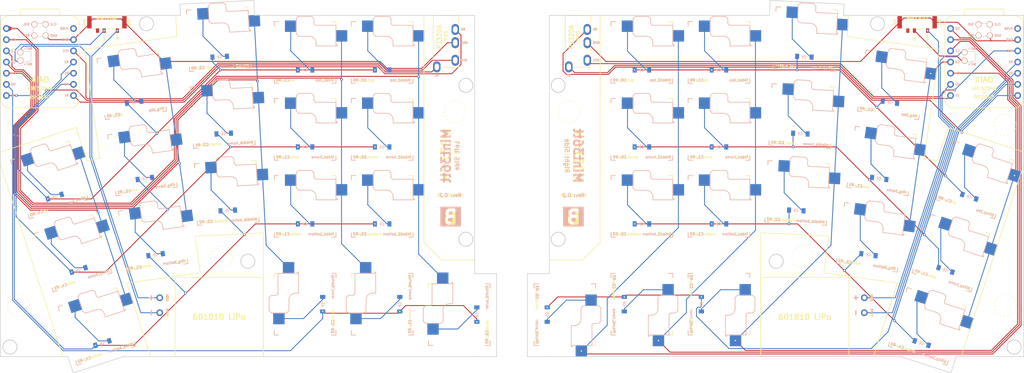
<source format=kicad_pcb>
(kicad_pcb (version 20240108) (generator "pcbnew") (generator_version "8.0")
  (title_block (title "Mint36tt") (date "2024-12-21") (rev "0.2") (company "Dr_Mint"))
  (layers (0 "F.Cu" signal) (31 "B.Cu" signal) (34 "B.Paste" user) (35 "F.Paste" user) (36 "B.SilkS" user "B.Silkscreen") (37 "F.SilkS" user "F.Silkscreen") (38 "B.Mask" user) (39 "F.Mask" user) (44 "Edge.Cuts" user))
  (net 0 "")
  (net 1 "C0_R")
  (net 2 "C1_R")
  (net 3 "C2_R")
  (net 4 "C3_R")
  (net 5 "C4_R")
  (net 6 "R0_R")
  (net 7 "R1_R")
  (net 8 "R2_R")
  (net 9 "R3_R")
  (net 10 "index2_top_R")
  (net 11 "index2_home_R")
  (net 12 "index2_bottom_R")
  (net 13 "index_top_R")
  (net 14 "index_home_R")
  (net 15 "index_bottom_R")
  (net 16 "middle_top_R")
  (net 17 "middle_home_R")
  (net 18 "middle_bottom_R")
  (net 19 "ring_top_R")
  (net 20 "ring_home_R")
  (net 21 "ring_bottom_R")
  (net 22 "pinky_top_R")
  (net 23 "pinky_home_R")
  (net 24 "pinky_bottom_R")
  (net 25 "thumb_inner_R")
  (net 26 "thumb_home_R")
  (net 27 "thumb_outer_R")
  (net 28 "TX_R")
  (net 29 "RX_R")
  (net 30 "VCC_R")
  (net 31 "RST_R")
  (net 32 "BATM_R")
  (net 33 "BATP_R")
  (net 34 "CLK_R")
  (net 35 "DIO_R")
  (net 36 "GND_R")
  (net 37 "VUSB_R")
  (net 38 "VBAT_R")
  (footprint "PG1350" (layer "F.Cu") (at 53.720403 134.216692 18)
    (property "Reference" "")
    (property "Value" "")
  )
  (footprint "SOD-123" (layer "F.Cu") (at 49.548674 121.377429 18)
    (property "Reference" "")
    (property "Value" "")
  )
  (footprint "PG1350" (layer "F.Cu") (at 177.46 129.17 -89.999999)
    (property "Reference" "")
    (property "Value" "")
  )
  (footprint "PG1350" (layer "F.Cu") (at 247.627934 117.573203 -18)
    (property "Reference" "")
    (property "Value" "")
  )
  (footprint "SOD-123" (layer "F.Cu") (at 177.46 110.92)
    (property "Reference" "")
    (property "Value" "")
  )
  (footprint "SOD-123" (layer "F.Cu") (at 213.434646 90.388215 -3)
    (property "Reference" "")
    (property "Value" "")
  )
  (footprint "PG1350" (layer "F.Cu") (at 229.460399 113.960352 -8)
    (property "Reference" "")
    (property "Value" "")
  )
  (footprint "SOD-123" (layer "F.Cu") (at 83.421773 107.864232 3)
    (property "Reference" "")
    (property "Value" "")
  )
  (footprint "SOD-123" (layer "F.Cu") (at 240.984069 138.020918 -18)
    (property "Reference" "")
    (property "Value" "")
  )
  (footprint "SOD-123" (layer "F.Cu") (at 64.601305 100.591734 8)
    (property "Reference" "")
    (property "Value" "")
  )
  (footprint "SOD-123" (layer "F.Cu") (at 118.48054 110.92)
    (property "Reference" "")
    (property "Value" "")
  )
  (footprint "XIAO-nRF52840" (layer "F.Cu") (at 40.78054 74.12)
    (property "Reference" "")
    (property "Value" "")
    (fp_line (start -4.699 -0.7488) (end -4.699 -1.7902) (stroke (width 0.12)) (layer "Edge.Cuts"))
    (fp_line (start -4.0132 -2.476) (end -2.413 -2.476) (stroke (width 0.12)) (layer "Edge.Cuts"))
    (fp_line (start -2.413 -0.063) (end -4.0132 -0.063) (stroke (width 0.12)) (layer "Edge.Cuts"))
    (fp_line (start -2.032 -2.095) (end -2.032 -0.444) (stroke (width 0.12)) (layer "Edge.Cuts"))
    (fp_line (start -1.524 -6.4638) (end -1.524 -8.1402) (stroke (width 0.12)) (layer "Edge.Cuts"))
    (fp_line (start -0.8382 -8.826) (end 0.8382 -8.826) (stroke (width 0.12)) (layer "Edge.Cuts"))
    (fp_line (start -0.8382 -5.778) (end 0.8382 -5.778) (stroke (width 0.12)) (layer "Edge.Cuts"))
    (fp_line (start 1.524 -6.4638) (end 1.524 -8.1402) (stroke (width 0.12)) (layer "Edge.Cuts"))
    (fp_arc (start -4.699 -0.7488) (mid -4.095391 -0.666609) (end -4.0132 -0.063) (stroke (width 0.12)) (layer "Edge.Cuts"))
    (fp_arc (start -4.0132 -2.476) (mid -4.095391 -1.872391) (end -4.699 -1.7902) (stroke (width 0.12)) (layer "Edge.Cuts"))
    (fp_arc (start -2.413 -2.476) (mid -2.143592 -2.364408) (end -2.032 -2.095) (stroke (width 0.12)) (layer "Edge.Cuts"))
    (fp_arc (start -2.032 -0.444) (mid -2.143592 -0.174592) (end -2.413 -0.063) (stroke (width 0.12)) (layer "Edge.Cuts"))
    (fp_arc (start -1.524 -6.4638) (mid -0.920391 -6.381609) (end -0.8382 -5.778) (stroke (width 0.12)) (layer "Edge.Cuts"))
    (fp_arc (start -0.8382 -8.826) (mid -0.920391 -8.222391) (end -1.524 -8.1402) (stroke (width 0.12)) (layer "Edge.Cuts"))
    (fp_arc (start 0.8382 -5.778) (mid 0.920391 -6.381609) (end 1.524 -6.4638) (stroke (width 0.12)) (layer "Edge.Cuts"))
    (fp_arc (start 1.524 -8.1402) (mid 0.920393 -8.222393) (end 0.8382 -8.826) (stroke (width 0.12)) (layer "Edge.Cuts"))
  )
  (footprint "SOD-123" (layer "F.Cu") (at 67.036834 117.921425 8)
    (property "Reference" "")
    (property "Value" "")
  )
  (footprint "SOD-123" (layer "F.Cu") (at 194.96 110.92)
    (property "Reference" "")
    (property "Value" "")
  )
  (footprint "PG1350" (layer "F.Cu") (at 82.29655 86.393697 3)
    (property "Reference" "")
    (property "Value" "")
  )
  (footprint "PG1350" (layer "F.Cu") (at 159.96 131.545 -89.999999)
    (property "Reference" "")
    (property "Value" "")
  )
  (footprint "JSP-2pin" (layer "F.Cu") (at 67.98054 129.42 90)
    (property "Reference" "")
    (property "Value" "")
  )
  (footprint "SOD-123" (layer "F.Cu") (at 81.590014 72.912198 3)
    (property "Reference" "")
    (property "Value" "")
  )
  (footprint "PG1350" (layer "F.Cu") (at 212.728111 103.869714 -3)
    (property "Reference" "")
    (property "Value" "")
  )
  (footprint "SOD-123" (layer "F.Cu") (at 100.98054 110.92)
    (property "Reference" "")
    (property "Value" "")
  )
  (footprint "XIAO-nRF52840" (layer "F.Cu") (at 255.16 74.12)
    (property "Reference" "")
    (property "Value" "")
    (fp_line (start -4.699 -0.7488) (end -4.699 -1.7902) (stroke (width 0.12)) (layer "Edge.Cuts"))
    (fp_line (start -4.0132 -2.476) (end -2.413 -2.476) (stroke (width 0.12)) (layer "Edge.Cuts"))
    (fp_line (start -2.413 -0.063) (end -4.0132 -0.063) (stroke (width 0.12)) (layer "Edge.Cuts"))
    (fp_line (start -2.032 -2.095) (end -2.032 -0.444) (stroke (width 0.12)) (layer "Edge.Cuts"))
    (fp_line (start -1.524 -6.4638) (end -1.524 -8.1402) (stroke (width 0.12)) (layer "Edge.Cuts"))
    (fp_line (start -0.8382 -8.826) (end 0.8382 -8.826) (stroke (width 0.12)) (layer "Edge.Cuts"))
    (fp_line (start -0.8382 -5.778) (end 0.8382 -5.778) (stroke (width 0.12)) (layer "Edge.Cuts"))
    (fp_line (start 1.524 -6.4638) (end 1.524 -8.1402) (stroke (width 0.12)) (layer "Edge.Cuts"))
    (fp_arc (start -4.699 -0.7488) (mid -4.095391 -0.666609) (end -4.0132 -0.063) (stroke (width 0.12)) (layer "Edge.Cuts"))
    (fp_arc (start -4.0132 -2.476) (mid -4.095391 -1.872391) (end -4.699 -1.7902) (stroke (width 0.12)) (layer "Edge.Cuts"))
    (fp_arc (start -2.413 -2.476) (mid -2.143592 -2.364408) (end -2.032 -2.095) (stroke (width 0.12)) (layer "Edge.Cuts"))
    (fp_arc (start -2.032 -0.444) (mid -2.143592 -0.174592) (end -2.413 -0.063) (stroke (width 0.12)) (layer "Edge.Cuts"))
    (fp_arc (start -1.524 -6.4638) (mid -0.920391 -6.381609) (end -0.8382 -5.778) (stroke (width 0.12)) (layer "Edge.Cuts"))
    (fp_arc (start -0.8382 -8.826) (mid -0.920391 -8.222391) (end -1.524 -8.1402) (stroke (width 0.12)) (layer "Edge.Cuts"))
    (fp_arc (start 0.8382 -5.778) (mid 0.920391 -6.381609) (end 1.524 -6.4638) (stroke (width 0.12)) (layer "Edge.Cuts"))
    (fp_arc (start 1.524 -8.1402) (mid 0.920393 -8.222393) (end 0.8382 -8.826) (stroke (width 0.12)) (layer "Edge.Cuts"))
  )
  (footprint "PG1350" (layer "F.Cu") (at 64.044612 96.630661 8)
    (property "Reference" "")
    (property "Value" "")
  )
  (footprint "MJ-4PP-9_1side" (layer "F.Cu") (at 162.96 63.42)
    (property "Reference" "")
    (property "Value" "")
  )
  (footprint "PG1350" (layer "F.Cu") (at 234.331457 79.30097 -8)
    (property "Reference" "")
    (property "Value" "")
  )
  (footprint "PG1350" (layer "F.Cu") (at 194.96 71.92)
    (property "Reference" "")
    (property "Value" "")
  )
  (footprint "SOD-123" (layer "F.Cu") (at 122.48054 129.17 89.999999)
    (property "Reference" "")
    (property "Value" "")
  )
  (footprint "PG1350" (layer "F.Cu") (at 194.96 129.17 -89.999999)
    (property "Reference" "")
    (property "Value" "")
  )
  (footprint "PG1350" (layer "F.Cu") (at 61.609083 79.30097 8)
    (property "Reference" "")
    (property "Value" "")
  )
  (footprint "PG1350" (layer "F.Cu") (at 118.48054 129.17 89.999999)
    (property "Reference" "")
    (property "Value" "")
  )
  (footprint "PG1350" (layer "F.Cu") (at 81.380671 68.91768 3)
    (property "Reference" "")
    (property "Value" "")
  )
  (footprint "PG1350" (layer "F.Cu") (at 177.46 89.42)
    (property "Reference" "")
    (property "Value" "")
  )
  (footprint "SOD-123" (layer "F.Cu") (at 104.98054 129.17 89.999999)
    (property "Reference" "")
    (property "Value" "")
  )
  (footprint "PG1350" (layer "F.Cu") (at 100.98054 106.92)
    (property "Reference" "")
    (property "Value" "")
  )
  (footprint "PG1350" (layer "F.Cu") (at 83.212429 103.869714 3)
    (property "Reference" "")
    (property "Value" "")
  )
  (footprint "PG1350" (layer "F.Cu") (at 100.98054 89.42)
    (property "Reference" "")
    (property "Value" "")
  )
  (footprint "SOD-123" (layer "F.Cu") (at 118.48054 75.92)
    (property "Reference" "")
    (property "Value" "")
  )
  (footprint "SOD-123" (layer "F.Cu") (at 139.98054 131.545 89.999999)
    (property "Reference" "")
    (property "Value" "")
  )
  (footprint "PG1350" (layer "F.Cu") (at 42.904808 100.929713 18)
    (property "Reference" "")
    (property "Value" "")
  )
  (footprint "601818" (layer "F.Cu") (at 214.46 132.095)
    (property "Reference" "")
    (property "Value" "")
  )
  (footprint "PG1350" (layer "F.Cu") (at 135.98054 131.545 89.999999)
    (property "Reference" "")
    (property "Value" "")
  )
  (footprint "JSP-2pin" (layer "F.Cu") (at 227.96 129.42 90)
    (property "Reference" "")
    (property "Value" "")
  )
  (footprint "SOD-123" (layer "F.Cu") (at 228.903706 117.921425 -8)
    (property "Reference" "")
    (property "Value" "")
  )
  (footprint "PG1350" (layer "F.Cu") (at 214.559869 68.91768 -3)
    (property "Reference" "")
    (property "Value" "")
  )
  (footprint "PG1350" (layer "F.Cu") (at 118.48054 106.92)
    (property "Reference" "")
    (property "Value" "")
  )
  (footprint "PG1350" (layer "F.Cu") (at 194.96 106.92)
    (property "Reference" "")
    (property "Value" "")
  )
  (footprint "PG1350" (layer "F.Cu") (at 253.035732 100.929713 -18)
    (property "Reference" "")
    (property "Value" "")
  )
  (footprint "PG1350" (layer "F.Cu") (at 231.895928 96.630661 -8)
    (property "Reference" "")
    (property "Value" "")
  )
  (footprint "SOD-123" (layer "F.Cu") (at 54.956471 138.020918 18)
    (property "Reference" "")
    (property "Value" "")
  )
  (footprint "PG1350" (layer "F.Cu") (at 242.220137 134.216692 -18)
    (property "Reference" "")
    (property "Value" "")
  )
  (footprint "SOD-123" (layer "F.Cu") (at 194.96 93.42)
    (property "Reference" "")
    (property "Value" "")
  )
  (footprint "SOD-123" (layer "F.Cu") (at 177.46 93.42)
    (property "Reference" "")
    (property "Value" "")
  )
  (footprint "SOD-123" (layer "F.Cu") (at 173.46 129.17 -89.999999)
    (property "Reference" "")
    (property "Value" "")
  )
  (footprint "PG1350" (layer "F.Cu") (at 177.46 106.92)
    (property "Reference" "")
    (property "Value" "")
  )
  (footprint "SOD-123" (layer "F.Cu") (at 231.339235 100.591734 -8)
    (property "Reference" "")
    (property "Value" "")
  )
  (footprint "SOD-123" (layer "F.Cu") (at 233.774765 83.262042 -8)
    (property "Reference" "")
    (property "Value" "")
  )
  (footprint "PG1350" (layer "F.Cu") (at 100.98054 71.92)
    (property "Reference" "")
    (property "Value" "")
  )
  (footprint "SOD-123" (layer "F.Cu") (at 100.98054 75.92)
    (property "Reference" "")
    (property "Value" "")
  )
  (footprint "PG1350" (layer "F.Cu") (at 100.98054 129.17 89.999999)
    (property "Reference" "")
    (property "Value" "")
  )
  (footprint "PG1350" (layer "F.Cu") (at 66.480141 113.960352 8)
    (property "Reference" "")
    (property "Value" "")
  )
  (footprint "SOD-123" (layer "F.Cu") (at 82.505894 90.388215 3)
    (property "Reference" "")
    (property "Value" "")
  )
  (footprint "SOD-123" (layer "F.Cu") (at 194.96 75.92)
    (property "Reference" "")
    (property "Value" "")
  )
  (footprint "SOD-123" (layer "F.Cu") (at 212.518767 107.864232 -3)
    (property "Reference" "")
    (property "Value" "")
  )
  (footprint "601818" (layer "F.Cu") (at 81.48054 132.095)
    (property "Reference" "")
    (property "Value" "")
  )
  (footprint "MSK12C02" (layer "F.Cu") (at 239.96 63.775 -90)
    (property "Reference" "")
    (property "Value" "")
  )
  (footprint "SOD-123" (layer "F.Cu") (at 100.98054 93.42)
    (property "Reference" "")
    (property "Value" "")
  )
  (footprint "PG1350" (layer "F.Cu") (at 118.48054 71.92)
    (property "Reference" "")
    (property "Value" "")
  )
  (footprint "SOD-123" (layer "F.Cu") (at 214.350526 72.912198 -3)
    (property "Reference" "")
    (property "Value" "")
  )
  (footprint "PG1350" (layer "F.Cu") (at 213.64399 86.393697 -3)
    (property "Reference" "")
    (property "Value" "")
  )
  (footprint "SOD-123" (layer "F.Cu") (at 62.165775 83.262042 8)
    (property "Reference" "")
    (property "Value" "")
  )
  (footprint "MJ-4PP-9_1side" (layer "F.Cu") (at 132.98054 63.42)
    (property "Reference" "")
    (property "Value" "")
  )
  (footprint "PG1350" (layer "F.Cu") (at 194.96 89.42)
    (property "Reference" "")
    (property "Value" "")
  )
  (footprint "PG1350" (layer "F.Cu") (at 118.48054 89.42)
    (property "Reference" "")
    (property "Value" "")
  )
  (footprint "PG1350" (layer "F.Cu") (at 48.312606 117.573203 18)
    (property "Reference" "")
    (property "Value" "")
  )
  (footprint "SOD-123" (layer "F.Cu") (at 44.140876 104.73394 18)
    (property "Reference" "")
    (property "Value" "")
  )
  (footprint "SOD-123" (layer "F.Cu") (at 177.46 75.92)
    (property "Reference" "")
    (property "Value" "")
  )
  (footprint "MSK12C02" (layer "F.Cu") (at 55.98054 63.775 -90)
    (property "Reference" "")
    (property "Value" "")
  )
  (footprint "SOD-123" (layer "F.Cu") (at 190.96 129.17 -89.999999)
    (property "Reference" "")
    (property "Value" "")
  )
  (footprint "SOD-123" (layer "F.Cu") (at 246.391866 121.377429 -18)
    (property "Reference" "")
    (property "Value" "")
  )
  (footprint "PG1350" (layer "F.Cu") (at 177.46 71.92)
    (property "Reference" "")
    (property "Value" "")
  )
  (footprint "SOD-123" (layer "F.Cu") (at 155.96 131.545 -89.999999)
    (property "Reference" "")
    (property "Value" "")
  )
  (footprint "SOD-123" (layer "F.Cu") (at 118.48054 93.42)
    (property "Reference" "")
    (property "Value" "")
  )
  (footprint "SOD-123" (layer "F.Cu") (at 251.799664 104.73394 -18)
    (property "Reference" "")
    (property "Value" "")
  )
  (gr_rect (start 159.66 107.11) (end 160.46 111.4) (stroke (width 0.2)) (fill solid) (layer "B.SilkS"))
  (gr_rect (start 163.36 107.11) (end 164.16 111.4) (stroke (width 0.2)) (fill solid) (layer "B.SilkS"))
  (gr_rect (start 135.48054 107.11) (end 136.28054 111.4) (stroke (width 0.2)) (fill solid) (layer "B.SilkS"))
  (gr_rect (start 131.78054 107.11) (end 132.58054 111.4) (stroke (width 0.2)) (fill solid) (layer "B.SilkS"))
  (gr_line (start 246.952407 88.990517) (end 244.476652 96.610106) (stroke (width 0.15)) (layer "F.SilkS"))
  (gr_line (start 245.032912 71.236845) (end 227.703221 68.801316) (stroke (width 0.15)) (layer "F.SilkS"))
  (gr_line (start 127.95554 63.52) (end 127.95554 79.945) (stroke (width 0.15)) (layer "F.SilkS"))
  (gr_line (start 167.985 63.52) (end 167.985 79.945) (stroke (width 0.15)) (layer "F.SilkS"))
  (gr_line (start 91.50554 133.895) (end 91.50554 119.695) (stroke (width 0.15)) (layer "F.SilkS"))
  (gr_line (start 127.95554 114.945) (end 127.95554 115.145326) (stroke (width 0.15)) (layer "F.SilkS"))
  (gr_line (start 242.597383 88.566536) (end 245.032912 71.236845) (stroke (width 0.15)) (layer "F.SilkS"))
  (gr_line (start 51.463888 96.610106) (end 54.379022 95.937095) (stroke (width 0.15)) (layer "F.SilkS"))
  (gr_line (start 254.159333 128.133367) (end 259.119056 112.86891) (stroke (width 0.15)) (layer "F.SilkS"))
  (gr_line (start 167.985 115.145326) (end 163.985326 119.145) (stroke (width 0.15)) (layer "F.SilkS"))
  (gr_line (start 226.267332 68.599515) (end 224.080653 68.292197) (stroke (width 0.15)) (layer "F.SilkS"))
  (gr_line (start 69.673208 68.599515) (end 71.859887 68.292197) (stroke (width 0.15)) (layer "F.SilkS"))
  (gr_line (start 167.985 98.895) (end 167.985 114.945) (stroke (width 0.15)) (layer "F.SilkS"))
  (gr_line (start 77.181597 122.024477) (end 60.484004 124.371171) (stroke (width 0.15)) (layer "F.SilkS"))
  (gr_line (start 224.080653 68.292197) (end 224.330753 63.52) (stroke (width 0.15)) (layer "F.SilkS"))
  (gr_line (start 163.985326 119.145) (end 156.46 119.145) (stroke (width 0.15)) (layer "F.SilkS"))
  (gr_line (start 249.947843 141.095) (end 253.711259 129.512399) (stroke (width 0.15)) (layer "F.SilkS"))
  (gr_circle (center 259.96 129.42) (end 262.46 129.42) (stroke (width 0.2) (type dot)) (fill none) (layer "F.SilkS"))
  (gr_line (start 68.237319 68.801316) (end 69.673208 68.599515) (stroke (width 0.15)) (layer "F.SilkS"))
  (gr_line (start 204.435 116.395) (end 204.435 114.945) (stroke (width 0.15)) (layer "F.SilkS"))
  (gr_line (start 53.544958 90.002425) (end 53.343157 88.566536) (stroke (width 0.15)) (layer "F.SilkS"))
  (gr_circle (center 134.98054 85.42) (end 137.48054 85.42) (stroke (width 0.2) (type dot)) (fill none) (layer "F.SilkS"))
  (gr_circle (center 35.98054 88.42) (end 38.48054 88.42) (stroke (width 0.2) (type dot)) (fill none) (layer "F.SilkS"))
  (gr_line (start 71.859887 68.292197) (end 71.609787 63.52) (stroke (width 0.15)) (layer "F.SilkS"))
  (gr_line (start 60.484004 124.371171) (end 65.211525 138.920984) (stroke (width 0.15)) (layer "F.SilkS"))
  (gr_line (start 242.395582 90.002425) (end 242.597383 88.566536) (stroke (width 0.15)) (layer "F.SilkS"))
  (gr_line (start 91.50554 112.923093) (end 76.016563 113.734836) (stroke (width 0.15)) (layer "F.SilkS"))
  (gr_line (start 204.435 114.945) (end 204.435 112.923093) (stroke (width 0.15)) (layer "F.SilkS"))
  (gr_line (start 36.373409 111.489878) (end 31.78054 97.35448) (stroke (width 0.15)) (layer "F.SilkS"))
  (gr_line (start 219.923977 113.734836) (end 218.758943 122.024477) (stroke (width 0.15)) (layer "F.SilkS"))
  (gr_line (start 204.435 141.095) (end 204.435 138.645) (stroke (width 0.15)) (layer "F.SilkS"))
  (gr_line (start 167.985 97.445) (end 167.985 98.895) (stroke (width 0.15)) (layer "F.SilkS"))
  (gr_line (start 91.50554 141.095) (end 91.50554 138.645) (stroke (width 0.15)) (layer "F.SilkS"))
  (gr_line (start 244.476652 96.610106) (end 241.561518 95.937095) (stroke (width 0.15)) (layer "F.SilkS"))
  (gr_line (start 76.016563 113.734836) (end 77.181597 122.024477) (stroke (width 0.15)) (layer "F.SilkS"))
  (gr_line (start 31.78054 94.581603) (end 48.988133 88.990517) (stroke (width 0.15)) (layer "F.SilkS"))
  (gr_rect (start 131.88054 107.11) (end 132.68054 111.4) (stroke (width 0.2)) (fill solid) (layer "F.SilkS"))
  (gr_circle (center 213.96 118.42) (end 216.46 118.42) (stroke (width 0.2) (type dot)) (fill none) (layer "F.SilkS"))
  (gr_line (start 127.95554 97.445) (end 127.95554 98.895) (stroke (width 0.15)) (layer "F.SilkS"))
  (gr_line (start 204.435 133.895) (end 204.435 119.695) (stroke (width 0.15)) (layer "F.SilkS"))
  (gr_line (start 36.821484 112.86891) (end 36.373409 111.489878) (stroke (width 0.15)) (layer "F.SilkS"))
  (gr_line (start 259.567131 111.489878) (end 264.16 97.35448) (stroke (width 0.15)) (layer "F.SilkS"))
  (gr_line (start 127.95554 79.945) (end 127.95554 81.395) (stroke (width 0.15)) (layer "F.SilkS"))
  (gr_line (start 264.16 94.581603) (end 246.952407 88.990517) (stroke (width 0.15)) (layer "F.SilkS"))
  (gr_line (start 167.985 114.945) (end 167.985 115.145326) (stroke (width 0.15)) (layer "F.SilkS"))
  (gr_line (start 54.379022 95.937095) (end 53.544958 90.002425) (stroke (width 0.15)) (layer "F.SilkS"))
  (gr_line (start 235.456536 124.371171) (end 230.729015 138.920984) (stroke (width 0.15)) (layer "F.SilkS"))
  (gr_line (start 50.907628 71.236845) (end 68.237319 68.801316) (stroke (width 0.15)) (layer "F.SilkS"))
  (gr_line (start 230.28094 140.300016) (end 230.022634 141.095) (stroke (width 0.15)) (layer "F.SilkS"))
  (gr_line (start 65.211525 138.920984) (end 65.6596 140.300016) (stroke (width 0.15)) (layer "F.SilkS"))
  (gr_line (start 230.729015 138.920984) (end 230.28094 140.300016) (stroke (width 0.15)) (layer "F.SilkS"))
  (gr_rect (start 159.76 107.11) (end 160.61 111.4) (stroke (width 0.2)) (fill solid) (layer "F.SilkS"))
  (gr_line (start 253.711259 129.512399) (end 254.159333 128.133367) (stroke (width 0.15)) (layer "F.SilkS"))
  (gr_line (start 91.50554 119.145) (end 91.50554 116.395) (stroke (width 0.15)) (layer "F.SilkS"))
  (gr_line (start 48.988133 88.990517) (end 51.463888 96.610106) (stroke (width 0.15)) (layer "F.SilkS"))
  (gr_line (start 127.95554 98.895) (end 127.95554 114.945) (stroke (width 0.15)) (layer "F.SilkS"))
  (gr_line (start 41.781207 128.133367) (end 36.821484 112.86891) (stroke (width 0.15)) (layer "F.SilkS"))
  (gr_line (start 65.6596 140.300016) (end 65.917906 141.095) (stroke (width 0.15)) (layer "F.SilkS"))
  (gr_line (start 42.229281 129.512399) (end 41.781207 128.133367) (stroke (width 0.15)) (layer "F.SilkS"))
  (gr_rect (start 135.33054 107.11) (end 136.18054 111.4) (stroke (width 0.2)) (fill solid) (layer "F.SilkS"))
  (gr_line (start 204.435 119.695) (end 204.435 119.145) (stroke (width 0.15)) (layer "F.SilkS"))
  (gr_line (start 91.50554 119.695) (end 91.50554 119.145) (stroke (width 0.15)) (layer "F.SilkS"))
  (gr_line (start 259.119056 112.86891) (end 259.567131 111.489878) (stroke (width 0.15)) (layer "F.SilkS"))
  (gr_line (start 227.703221 68.801316) (end 226.267332 68.599515) (stroke (width 0.15)) (layer "F.SilkS"))
  (gr_line (start 204.435 119.145) (end 204.435 116.395) (stroke (width 0.15)) (layer "F.SilkS"))
  (gr_circle (center 35.98054 129.42) (end 38.48054 129.42) (stroke (width 0.2) (type dot)) (fill none) (layer "F.SilkS"))
  (gr_line (start 127.95554 115.145326) (end 131.955214 119.145) (stroke (width 0.15)) (layer "F.SilkS"))
  (gr_line (start 204.435 138.645) (end 204.435 133.895) (stroke (width 0.15)) (layer "F.SilkS"))
  (gr_line (start 91.50554 114.945) (end 91.50554 112.923093) (stroke (width 0.15)) (layer "F.SilkS"))
  (gr_circle (center 81.98054 118.42) (end 84.48054 118.42) (stroke (width 0.2) (type dot)) (fill none) (layer "F.SilkS"))
  (gr_line (start 204.435 112.923093) (end 219.923977 113.734836) (stroke (width 0.15)) (layer "F.SilkS"))
  (gr_line (start 131.955214 119.145) (end 139.48054 119.145) (stroke (width 0.15)) (layer "F.SilkS"))
  (gr_line (start 167.985 81.395) (end 167.985 97.445) (stroke (width 0.15)) (layer "F.SilkS"))
  (gr_circle (center 160.96 85.42) (end 163.46 85.42) (stroke (width 0.2) (type dot)) (fill none) (layer "F.SilkS"))
  (gr_line (start 91.50554 116.395) (end 91.50554 114.945) (stroke (width 0.15)) (layer "F.SilkS"))
  (gr_line (start 127.95554 81.395) (end 127.95554 97.445) (stroke (width 0.15)) (layer "F.SilkS"))
  (gr_line (start 91.50554 138.645) (end 91.50554 133.895) (stroke (width 0.15)) (layer "F.SilkS"))
  (gr_line (start 45.992697 141.095) (end 42.229281 129.512399) (stroke (width 0.15)) (layer "F.SilkS"))
  (gr_line (start 241.561518 95.937095) (end 242.395582 90.002425) (stroke (width 0.15)) (layer "F.SilkS"))
  (gr_line (start 218.758943 122.024477) (end 235.456536 124.371171) (stroke (width 0.15)) (layer "F.SilkS"))
  (gr_line (start 167.985 79.945) (end 167.985 81.395) (stroke (width 0.15)) (layer "F.SilkS"))
  (gr_circle (center 259.96 88.42) (end 262.46 88.42) (stroke (width 0.2) (type dot)) (fill none) (layer "F.SilkS"))
  (gr_line (start 53.343157 88.566536) (end 50.907628 71.236845) (stroke (width 0.15)) (layer "F.SilkS"))
  (gr_rect (start 163.26 107.11) (end 164.06 111.4) (stroke (width 0.2)) (fill solid) (layer "F.SilkS"))
  (gr_line (start 223.254278 63.52) (end 264.16 63.52) (stroke (width 0.15)) (layer "Edge.Cuts"))
  (gr_line (start 236.206422 141.095) (end 156.46 141.095) (stroke (width 0.15)) (layer "Edge.Cuts"))
  (gr_circle (center 158.46 114.42) (end 160.06 114.42) (stroke (width 0.2)) (fill none) (layer "Edge.Cuts"))
  (gr_line (start 151.46 141.095) (end 151.46 122.22) (stroke (width 0.15)) (layer "Edge.Cuts"))
  (gr_line (start 151.46 122.22) (end 156.46 122.22) (stroke (width 0.15)) (layer "Edge.Cuts"))
  (gr_line (start 247.613269 144.801309) (end 236.206422 141.095) (stroke (width 0.15)) (layer "Edge.Cuts"))
  (gr_line (start 264.16 141.095) (end 248.817522 141.095) (stroke (width 0.15)) (layer "Edge.Cuts"))
  (gr_circle (center 64.98054 65.42) (end 66.58054 65.42) (stroke (width 0.2)) (fill none) (layer "Edge.Cuts"))
  (gr_line (start 72.55256 60.968814) (end 72.686262 63.52) (stroke (width 0.15)) (layer "Edge.Cuts"))
  (gr_circle (center 33.98054 138.92) (end 35.58054 138.92) (stroke (width 0.2)) (fill none) (layer "Edge.Cuts"))
  (gr_line (start 72.686262 63.52) (end 31.78054 63.52) (stroke (width 0.15)) (layer "Edge.Cuts"))
  (gr_line (start 223.38798 60.968814) (end 223.254278 63.52) (stroke (width 0.15)) (layer "Edge.Cuts"))
  (gr_line (start 31.78054 141.095) (end 47.123018 141.095) (stroke (width 0.15)) (layer "Edge.Cuts"))
  (gr_line (start 31.78054 63.52) (end 31.78054 122.22) (stroke (width 0.15)) (layer "Edge.Cuts"))
  (gr_line (start 89.329537 60.08957) (end 72.55256 60.968814) (stroke (width 0.15)) (layer "Edge.Cuts"))
  (gr_line (start 206.611003 60.08957) (end 223.38798 60.968814) (stroke (width 0.15)) (layer "Edge.Cuts"))
  (gr_line (start 139.48054 141.095) (end 144.48054 141.095) (stroke (width 0.15)) (layer "Edge.Cuts"))
  (gr_circle (center 137.48054 114.42) (end 139.08054 114.42) (stroke (width 0.2)) (fill none) (layer "Edge.Cuts"))
  (gr_line (start 156.46 141.095) (end 151.46 141.095) (stroke (width 0.15)) (layer "Edge.Cuts"))
  (gr_line (start 248.817522 141.095) (end 247.613269 144.801309) (stroke (width 0.15)) (layer "Edge.Cuts"))
  (gr_circle (center 207.96 119.42) (end 209.56 119.42) (stroke (width 0.2)) (fill none) (layer "Edge.Cuts"))
  (gr_line (start 139.48054 63.52) (end 89.509318 63.52) (stroke (width 0.15)) (layer "Edge.Cuts"))
  (gr_line (start 144.48054 141.095) (end 144.48054 122.22) (stroke (width 0.15)) (layer "Edge.Cuts"))
  (gr_line (start 48.327271 144.801309) (end 59.734118 141.095) (stroke (width 0.15)) (layer "Edge.Cuts"))
  (gr_line (start 156.46 122.22) (end 156.46 63.52) (stroke (width 0.15)) (layer "Edge.Cuts"))
  (gr_line (start 144.48054 122.22) (end 139.48054 122.22) (stroke (width 0.15)) (layer "Edge.Cuts"))
  (gr_circle (center 158.46 79.42) (end 160.06 79.42) (stroke (width 0.2)) (fill none) (layer "Edge.Cuts"))
  (gr_line (start 89.509318 63.52) (end 89.329537 60.08957) (stroke (width 0.15)) (layer "Edge.Cuts"))
  (gr_circle (center 261.96 138.92) (end 263.56 138.92) (stroke (width 0.2)) (fill none) (layer "Edge.Cuts"))
  (gr_line (start 156.46 63.52) (end 206.431222 63.52) (stroke (width 0.15)) (layer "Edge.Cuts"))
  (gr_circle (center 230.96 65.42) (end 232.56 65.42) (stroke (width 0.2)) (fill none) (layer "Edge.Cuts"))
  (gr_line (start 139.48054 122.22) (end 139.48054 63.52) (stroke (width 0.15)) (layer "Edge.Cuts"))
  (gr_line (start 206.431222 63.52) (end 206.611003 60.08957) (stroke (width 0.15)) (layer "Edge.Cuts"))
  (gr_line (start 47.123018 141.095) (end 48.327271 144.801309) (stroke (width 0.15)) (layer "Edge.Cuts"))
  (gr_circle (center 137.48054 79.42) (end 139.08054 79.42) (stroke (width 0.2)) (fill none) (layer "Edge.Cuts"))
  (gr_line (start 59.734118 141.095) (end 139.48054 141.095) (stroke (width 0.15)) (layer "Edge.Cuts"))
  (gr_line (start 264.16 122.22) (end 264.16 141.095) (stroke (width 0.15)) (layer "Edge.Cuts"))
  (gr_line (start 264.16 63.52) (end 264.16 122.22) (stroke (width 0.15)) (layer "Edge.Cuts"))
  (gr_circle (center 87.98054 119.42) (end 89.58054 119.42) (stroke (width 0.2)) (fill none) (layer "Edge.Cuts"))
  (gr_line (start 31.78054 122.22) (end 31.78054 141.095) (stroke (width 0.15)) (layer "Edge.Cuts"))
  (gr_text "Rev: 0.2" (at 133.98054 104.42 0) (layer "B.SilkS") (effects (font (size 0.8 0.8)) (justify mirror)))
  (gr_text "B" (at 133.98054 109.42 0) (layer "B.SilkS" knockout) (effects (font (size 3 3) (thickness 1)) (justify mirror)))
  (gr_text "Left Side" (at 135.48054 95.42 90) (layer "B.SilkS") (effects (font (size 1 1)) (justify mirror)))
  (gr_text "Mint36tt" (at 132.98054 95.42 90) (layer "B.SilkS") (effects (font (size 2 2) (thickness 0.4)) (justify mirror)))
  (gr_text "Mint36tt" (at 162.96 95.42 -90) (layer "B.SilkS") (effects (font (size 2 2) (thickness 0.4)) (justify mirror)))
  (gr_text "Right Side" (at 160.46 95.42 -90) (layer "B.SilkS") (effects (font (size 1 1)) (justify mirror)))
  (gr_text "Rev: 0.2" (at 161.96 104.42 0) (layer "B.SilkS") (effects (font (size 0.8 0.8)) (justify mirror)))
  (gr_text "B" (at 161.96 109.42 0) (layer "B.SilkS" knockout) (effects (font (size 3 3) (thickness 1)) (justify mirror)))
  (gr_text "By: Dr_Mint" (at 161.96 104.42 0) (layer "F.SilkS") (effects (font (size 0.7 0.7))))
  (gr_text "By: Dr_Mint" (at 133.98054 104.42 0) (layer "F.SilkS") (effects (font (size 0.7 0.7))))
  (gr_text "F" (at 133.98054 109.42 0) (layer "F.SilkS" knockout) (effects (font (size 3 3) (thickness 1))))
  (gr_text "F" (at 161.96 109.42 0) (layer "F.SilkS" knockout) (effects (font (size 3 3) (thickness 1))))
  (gr_text "Right Side" (at 160.46 95.42 -90) (layer "F.SilkS") (effects (font (size 1 1))))
  (gr_text "Mint36tt" (at 162.96 95.42 -90) (layer "F.SilkS") (effects (font (size 2 2) (thickness 0.4))))
  (gr_text "Mint36tt" (at 132.98054 95.42 90) (layer "F.SilkS") (effects (font (size 2 2) (thickness 0.4))))
  (gr_text "Left Side" (at 135.48054 95.42 90) (layer "F.SilkS") (effects (font (size 1 1))))
  (segment (start 53.974416 108.22) (end 53.574416 107.82) (width 0.2) (layer "F.Cu") (net 0))
  (segment (start 48.40054 69.04) (end 52.00554 65.435) (width 0.2) (layer "F.Cu") (net 0))
  (segment (start 117.69054 74.79) (end 119.28054 76.38) (width 0.2) (layer "F.Cu") (net 0))
  (segment (start 35.17054 88.735686) (end 39.13054 84.775686) (width 0.2) (layer "F.Cu") (net 0))
  (segment (start 61.516226 106.61) (end 39.114854 106.61) (width 0.2) (layer "F.Cu") (net 0))
  (segment (start 126.75554 77.38) (end 80.878266 77.38) (width 0.2) (layer "F.Cu") (net 0))
  (segment (start 35.97054 103.465686) (end 35.97054 89.067058) (width 0.2) (layer "F.Cu") (net 0))
  (segment (start 40.33054 71.17) (end 35.66054 66.5) (width 0.2) (layer "F.Cu") (net 0))
  (segment (start 59.95554 65.075) (end 68.87054 73.99) (width 0.2) (layer "F.Cu") (net 0))
  (segment (start 33.16054 81.74) (end 35.413351 81.74) (width 0.2) (layer "F.Cu") (net 0))
  (segment (start 37.634854 69.04) (end 33.16054 69.04) (width 0.2) (layer "F.Cu") (net 0))
  (segment (start 59.20554 64.325) (end 59.95554 65.075) (width 0.2) (layer "F.Cu") (net 0))
  (segment (start 116.83054 75.92) (end 81.77258 75.92) (width 0.2) (layer "F.Cu") (net 0))
  (segment (start 81.364854 74.79) (end 117.69054 74.79) (width 0.2) (layer "F.Cu") (net 0))
  (segment (start 42.977991 69.04) (end 42.246457 68.308466) (width 0.2) (layer "F.Cu") (net 0))
  (segment (start 36.38054 89.222744) (end 40.33054 85.272744) (width 0.2) (layer "F.Cu") (net 0))
  (segment (start 49.90054 83.24) (end 48.40054 81.74) (width 0.2) (layer "F.Cu") (net 0))
  (segment (start 39.93054 85.107058) (end 39.93054 71.335686) (width 0.2) (layer "F.Cu") (net 0))
  (segment (start 39.28054 106.21) (end 36.38054 103.31) (width 0.2) (layer "F.Cu") (net 0))
  (segment (start 69.80417 107.65363) (end 55.570493 121.887307) (width 0.2) (layer "F.Cu") (net 0))
  (segment (start 73.48054 83.24) (end 49.90054 83.24) (width 0.2) (layer "F.Cu") (net 0))
  (segment (start 52.75554 64.325) (end 59.20554 64.325) (width 0.2) (layer "F.Cu") (net 0))
  (segment (start 119.611912 75.58) (end 127.454854 75.58) (width 0.2) (layer "F.Cu") (net 0))
  (segment (start 73.149168 82.44) (end 51.566226 82.44) (width 0.2) (layer "F.Cu") (net 0))
  (segment (start 72.057598 97.2) (end 61.837598 107.42) (width 0.2) (layer "F.Cu") (net 0))
  (segment (start 36.784854 76.26) (end 35.03054 76.26) (width 0.2) (layer "F.Cu") (net 0))
  (segment (start 39.53054 78.440001) (end 36.950539 75.86) (width 0.2) (layer "F.Cu") (net 0))
  (segment (start 80.878266 77.38) (end 71.30054 86.957726) (width 0.2) (layer "F.Cu") (net 0))
  (segment (start 48.40054 69.04) (end 42.977991 69.04) (width 0.2) (layer "F.Cu") (net 0))
  (segment (start 51.566226 82.44) (end 51.21054 82.084314) (width 0.2) (layer "F.Cu") (net 0))
  (segment (start 35.17054 103.797058) (end 35.17054 88.735686) (width 0.2) (layer "F.Cu") (net 0))
  (segment (start 136.91604 129.4805) (end 123.82004 129.4805) (width 0.2) (layer "F.Cu") (net 0))
  (segment (start 52.448762 105.243818) (end 42.571633 105.243818) (width 0.2) (layer "F.Cu") (net 0))
  (segment (start 117.856226 74.39) (end 81.199168 74.39) (width 0.2) (layer "F.Cu") (net 0))
  (segment (start 104.98054 130.82) (end 105.39504 131.2345) (width 0.2) (layer "F.Cu") (net 0))
  (segment (start 39.13054 78.605687) (end 38.526225 78.001372) (width 0.2) (layer "F.Cu") (net 0))
  (segment (start 135.08054 73.72) (end 129.88054 73.72) (width 0.2) (layer "F.Cu") (net 0))
  (segment (start 119.446226 75.98) (end 117.856226 74.39) (width 0.2) (layer "F.Cu") (net 0))
  (segment (start 127.454854 75.58) (end 133.314854 69.72) (width 0.2) (layer "F.Cu") (net 0))
  (segment (start 81.53054 75.19) (end 73.48054 83.24) (width 0.2) (layer "F.Cu") (net 0))
  (segment (start 81.199168 74.39) (end 73.149168 82.44) (width 0.2) (layer "F.Cu") (net 0))
  (segment (start 119.114854 76.78) (end 117.524854 75.19) (width 0.2) (layer "F.Cu") (net 0))
  (segment (start 90.175726 78.48) (end 89.875726 78.18) (width 0.2) (layer "F.Cu") (net 0))
  (segment (start 71.30054 86.957726) (end 71.30054 96.26) (width 0.2) (layer "F.Cu") (net 0))
  (segment (start 39.114854 106.61) (end 35.97054 103.465686) (width 0.2) (layer "F.Cu") (net 0))
  (segment (start 139.98054 132.545) (end 136.91604 129.4805) (width 0.2) (layer "F.Cu") (net 0))
  (segment (start 39.13054 84.775686) (end 39.13054 78.605687) (width 0.2) (layer "F.Cu") (net 0))
  (segment (start 116.83054 110.92) (end 89.682435 110.92) (width 0.2) (layer "F.Cu") (net 0))
  (segment (start 35.196226 75.86) (end 34.41054 75.074314) (width 0.2) (layer "F.Cu") (net 0))
  (segment (start 35.57054 88.901372) (end 39.53054 84.941372) (width 0.2) (layer "F.Cu") (net 0))
  (segment (start 61.837598 107.42) (end 38.793482 107.42) (width 0.2) (layer "F.Cu") (net 0))
  (segment (start 34.41054 72.83) (end 33.16054 71.58) (width 0.2) (layer "F.Cu") (net 0))
  (segment (start 116.83054 93.42) (end 84.0378 93.42) (width 0.2) (layer "F.Cu") (net 0))
  (segment (start 38.526225 78.001372) (end 36.784854 76.26) (width 0.2) (layer "F.Cu") (net 0))
  (segment (start 109.25554 78.07) (end 108.96554 77.78) (width 0.2) (layer "F.Cu") (net 0))
  (segment (start 118.021912 73.99) (end 119.611912 75.58) (width 0.2) (layer "F.Cu") (net 0))
  (segment (start 35.57054 103.631372) (end 35.57054 88.901372) (width 0.2) (layer "F.Cu") (net 0))
  (segment (start 71.866225 96.825686) (end 71.74054 96.951372) (width 0.2) (layer "F.Cu") (net 0))
  (segment (start 52.00554 65.435) (end 52.00554 65.075) (width 0.2) (layer "F.Cu") (net 0))
  (segment (start 73.314854 82.84) (end 81.364854 74.79) (width 0.2) (layer "F.Cu") (net 0))
  (segment (start 71.30054 96.26) (end 61.35054 106.21) (width 0.2) (layer "F.Cu") (net 0))
  (segment (start 119.28054 76.38) (end 129.72054 76.38) (width 0.2) (layer "F.Cu") (net 0))
  (segment (start 40.33054 85.272744) (end 40.33054 71.17) (width 0.2) (layer "F.Cu") (net 0))
  (segment (start 35.66054 66.5) (end 33.16054 66.5) (width 0.2) (layer "F.Cu") (net 0))
  (segment (start 129.72054 76.38) (end 130.88054 75.22) (width 0.2) (layer "F.Cu") (net 0))
  (segment (start 105.39504 131.2345) (end 122.06604 131.2345) (width 0.2) (layer "F.Cu") (net 0))
  (segment (start 39.53054 84.941372) (end 39.53054 78.440001) (width 0.2) (layer "F.Cu") (net 0))
  (segment (start 71.74054 96.951372) (end 61.671912 107.02) (width 0.2) (layer "F.Cu") (net 0))
  (segment (start 38.627796 107.82) (end 34.77054 103.962744) (width 0.2) (layer "F.Cu") (net 0))
  (segment (start 127.62054 75.98) (end 119.446226 75.98) (width 0.2) (layer "F.Cu") (net 0))
  (segment (start 39.93054 71.335686) (end 37.634854 69.04) (width 0.2) (layer "F.Cu") (net 0))
  (segment (start 139.98054 133.195) (end 139.98054 132.545) (width 0.2) (layer "F.Cu") (net 0))
  (segment (start 72.10054 96.591372) (end 71.866225 96.825686) (width 0.2) (layer "F.Cu") (net 0))
  (segment (start 129.88054 73.72) (end 127.62054 75.98) (width 0.2) (layer "F.Cu") (net 0))
  (segment (start 49.05054 80.49) (end 51.40054 82.84) (width 0.2) (layer "F.Cu") (net 0))
  (segment (start 55.570493 121.887307) (end 47.979431 121.887307) (width 0.2) (layer "F.Cu") (net 0))
  (segment (start 136.37054 74.68) (end 134.27054 76.78) (width 0.2) (layer "F.Cu") (net 0))
  (segment (start 133.314854 69.72) (end 135.08054 69.72) (width 0.2) (layer "F.Cu") (net 0))
  (segment (start 71.70054 87.123412) (end 71.70054 96.425686) (width 0.2) (layer "F.Cu") (net 0))
  (segment (start 136.37054 68.01) (end 136.37054 74.68) (width 0.2) (layer "F.Cu") (net 0))
  (segment (start 73.867779 126.615948) (end 73.986488 126.615948) (width 0.2) (layer "F.Cu") (net 0))
  (segment (start 34.77054 103.962744) (end 34.77054 88.57) (width 0.2) (layer "F.Cu") (net 0))
  (segment (start 34.77054 88.57) (end 38.73054 84.61) (width 0.2) (layer "F.Cu") (net 0))
  (segment (start 135.08054 66.72) (end 136.37054 68.01) (width 0.2) (layer "F.Cu") (net 0))
  (segment (start 81.043952 77.78) (end 71.70054 87.123412) (width 0.2) (layer "F.Cu") (net 0))
  (segment (start 51.40054 82.84) (end 73.314854 82.84) (width 0.2) (layer "F.Cu") (net 0))
  (segment (start 81.77258 75.92) (end 67.36156 90.33102) (width 0.2) (layer "F.Cu") (net 0))
  (segment (start 122.06604 131.2345) (end 122.48054 130.82) (width 0.2) (layer "F.Cu") (net 0))
  (segment (start 67.36156 90.33102) (end 52.448762 105.243818) (width 0.2) (layer "F.Cu") (net 0))
  (segment (start 36.950539 75.86) (end 35.196226 75.86) (width 0.2) (layer "F.Cu") (net 0))
  (segment (start 68.87054 73.99) (end 118.021912 73.99) (width 0.2) (layer "F.Cu") (net 0))
  (segment (start 61.35054 106.21) (end 39.28054 106.21) (width 0.2) (layer "F.Cu") (net 0))
  (segment (start 89.875726 78.18) (end 81.209638 78.18) (width 0.2) (layer "F.Cu") (net 0))
  (segment (start 87.216488 113.385948) (end 73.986488 126.615948) (width 0.2) (layer "F.Cu") (net 0))
  (segment (start 72.10054 87.289098) (end 72.10054 96.591372) (width 0.2) (layer "F.Cu") (net 0))
  (segment (start 84.0378 93.42) (end 69.80417 107.65363) (width 0.2) (layer "F.Cu") (net 0))
  (segment (start 73.986488 126.615948) (end 62.071639 138.530796) (width 0.2) (layer "F.Cu") (net 0))
  (segment (start 35.97054 89.067058) (end 39.93054 85.107058) (width 0.2) (layer "F.Cu") (net 0))
  (segment (start 38.959168 107.02) (end 35.57054 103.631372) (width 0.2) (layer "F.Cu") (net 0))
  (segment (start 89.682435 110.92) (end 87.216488 113.385948) (width 0.2) (layer "F.Cu") (net 0))
  (segment (start 34.41054 75.074314) (end 34.41054 72.83) (width 0.2) (layer "F.Cu") (net 0))
  (segment (start 134.27054 76.78) (end 119.114854 76.78) (width 0.2) (layer "F.Cu") (net 0))
  (segment (start 51.21054 82.084314) (end 51.21054 74.39) (width 0.2) (layer "F.Cu") (net 0))
  (segment (start 72.48095 97.2) (end 72.057598 97.2) (width 0.2) (layer "F.Cu") (net 0))
  (segment (start 38.73054 84.61) (end 38.73054 78.771372) (width 0.2) (layer "F.Cu") (net 0))
  (segment (start 35.03054 76.26) (end 33.16054 74.39) (width 0.2) (layer "F.Cu") (net 0))
  (segment (start 62.071639 138.530796) (end 53.387228 138.530796) (width 0.2) (layer "F.Cu") (net 0))
  (segment (start 117.524854 75.19) (end 81.53054 75.19) (width 0.2) (layer "F.Cu") (net 0))
  (segment (start 38.73054 78.771372) (end 36.619168 76.66) (width 0.2) (layer "F.Cu") (net 0))
  (segment (start 123.82004 129.4805) (end 122.48054 130.82) (width 0.2) (layer "F.Cu") (net 0))
  (segment (start 53.574416 107.82) (end 38.627796 107.82) (width 0.2) (layer "F.Cu") (net 0))
  (segment (start 38.793482 107.42) (end 35.17054 103.797058) (width 0.2) (layer "F.Cu") (net 0))
  (segment (start 42.29201 80.49) (end 49.05054 80.49) (width 0.2) (layer "F.Cu") (net 0))
  (segment (start 36.619168 76.66) (end 33.16054 76.66) (width 0.2) (layer "F.Cu") (net 0))
  (segment (start 33.16054 74.39) (end 33.16054 74.12) (width 0.2) (layer "F.Cu") (net 0))
  (segment (start 67.36156 90.321405) (end 67.36156 90.33102) (width 0.2) (layer "F.Cu") (net 0))
  (segment (start 71.70054 96.425686) (end 61.516226 106.61) (width 0.2) (layer "F.Cu") (net 0))
  (segment (start 108.96554 77.78) (end 81.043952 77.78) (width 0.2) (layer "F.Cu") (net 0))
  (segment (start 52.00554 65.075) (end 52.75554 64.325) (width 0.2) (layer "F.Cu") (net 0))
  (segment (start 61.671912 107.02) (end 38.959168 107.02) (width 0.2) (layer "F.Cu") (net 0))
  (segment (start 42.286275 80.495735) (end 42.29201 80.49) (width 0.2) (layer "F.Cu") (net 0))
  (segment (start 36.38054 103.31) (end 36.38054 89.222744) (width 0.2) (layer "F.Cu") (net 0))
  (segment (start 51.21054 74.39) (end 48.40054 71.58) (width 0.2) (layer "F.Cu") (net 0))
  (segment (start 81.209638 78.18) (end 72.10054 87.289098) (width 0.2) (layer "F.Cu") (net 0))
  (via (at 47.979431 121.887307) (size 0.6) (drill 0.3) (layers "F.Cu" "B.Cu") (net 0))
  (via (at 109.25554 78.07) (size 0.6) (drill 0.3) (layers "F.Cu" "B.Cu") (net 0))
  (via (at 116.83054 75.92) (size 0.6) (drill 0.3) (layers "F.Cu" "B.Cu") (net 0))
  (via (at 90.175726 78.48) (size 0.6) (drill 0.3) (layers "F.Cu" "B.Cu") (net 0))
  (via (at 84.0378 93.42) (size 0.6) (drill 0.3) (layers "F.Cu" "B.Cu") (net 0))
  (via (at 42.286275 80.495735) (size 0.6) (drill 0.3) (layers "F.Cu" "B.Cu") (net 0))
  (via (at 55.35554 66.975) (size 0.6) (drill 0.3) (layers "F.Cu" "B.Cu") (net 0))
  (via (at 122.48054 130.82) (size 0.6) (drill 0.3) (layers "F.Cu" "B.Cu") (net 0))
  (via (at 72.48095 97.2) (size 0.6) (drill 0.3) (layers "F.Cu" "B.Cu") (net 0))
  (via (at 139.98054 133.195) (size 0.6) (drill 0.3) (layers "F.Cu" "B.Cu") (net 0))
  (via (at 126.75554 77.38) (size 0.6) (drill 0.3) (layers "F.Cu" "B.Cu") (net 0))
  (via (at 81.77258 75.92) (size 0.6) (drill 0.3) (layers "F.Cu" "B.Cu") (net 0))
  (via (at 99.33054 75.92) (size 0.6) (drill 0.3) (layers "F.Cu" "B.Cu") (net 0))
  (via (at 104.98054 130.82) (size 0.6) (drill 0.3) (layers "F.Cu" "B.Cu") (net 0))
  (via (at 58.35554 66.975) (size 0.6) (drill 0.3) (layers "F.Cu" "B.Cu") (net 0))
  (via (at 35.413351 81.74) (size 0.6) (drill 0.3) (layers "F.Cu" "B.Cu") (net 0))
  (via (at 69.80417 107.65363) (size 0.6) (drill 0.3) (layers "F.Cu" "B.Cu") (net 0))
  (via (at 53.974416 108.22) (size 0.6) (drill 0.3) (layers "F.Cu" "B.Cu") (net 0))
  (via (at 87.216488 113.385948) (size 0.6) (drill 0.3) (layers "F.Cu" "B.Cu") (net 0))
  (via (at 116.83054 93.42) (size 0.6) (drill 0.3) (layers "F.Cu" "B.Cu") (net 0))
  (via (at 99.33054 93.42) (size 0.6) (drill 0.3) (layers "F.Cu" "B.Cu") (net 0))
  (via (at 53.387228 138.530796) (size 0.6) (drill 0.3) (layers "F.Cu" "B.Cu") (net 0))
  (via (at 73.867779 126.615948) (size 0.6) (drill 0.3) (layers "F.Cu" "B.Cu") (net 0))
  (via (at 99.33054 110.92) (size 0.6) (drill 0.3) (layers "F.Cu" "B.Cu") (net 0))
  (via (at 42.571633 105.243818) (size 0.6) (drill 0.3) (layers "F.Cu" "B.Cu") (net 0))
  (via (at 116.83054 110.92) (size 0.6) (drill 0.3) (layers "F.Cu" "B.Cu") (net 0))
  (via (at 67.36156 90.33102) (size 0.6) (drill 0.3) (layers "F.Cu" "B.Cu") (net 0))
  (segment (start 54.095107 137.51104) (end 56.525714 137.51104) (width 0.2) (layer "B.Cu") (net 0))
  (segment (start 52.540869 72.789671) (end 52.540869 95.56) (width 0.2) (layer "B.Cu") (net 0))
  (segment (start 115.20554 89.064644) (end 119.560896 93.42) (width 0.2) (layer "B.Cu") (net 0))
  (segment (start 67.98054 131.12) (end 63.674566 131.12) (width 0.2) (layer "B.Cu") (net 0))
  (segment (start 69.799623 107.65363) (end 69.80417 107.65363) (width 0.2) (layer "B.Cu") (net 0))
  (segment (start 57.537875 73.864667) (end 57.537875 78.149406) (width 0.2) (layer "B.Cu") (net 0))
  (segment (start 34.57054 80.61) (end 33.16054 79.2) (width 0.2) (layer "B.Cu") (net 0))
  (segment (start 45.561912 79.2) (end 48.40054 79.2) (width 0.2) (layer "B.Cu") (net 0))
  (segment (start 47.536226 76.66) (end 48.40054 76.66) (width 0.2) (layer "B.Cu") (net 0))
  (segment (start 89.448071 64.739739) (end 90.175726 78.48) (width 0.2) (layer "B.Cu") (net 0))
  (segment (start 37.044812 70.518) (end 36.16734 71.395472) (width 0.2) (layer "B.Cu") (net 0))
  (segment (start 49.615987 94.806135) (end 53.974416 108.22) (width 0.2) (layer "B.Cu") (net 0))
  (segment (start 41.324854 81.74) (end 35.413351 81.74) (width 0.2) (layer "B.Cu") (net 0))
  (segment (start 62.408933 108.524049) (end 62.408933 112.808788) (width 0.2) (layer "B.Cu") (net 0))
  (segment (start 95.03054 132.445) (end 100.625184 132.445) (width 0.2) (layer "B.Cu") (net 0))
  (segment (start 77.79876 63.147235) (end 77.79876 68.255413) (width 0.2) (layer "B.Cu") (net 0))
  (segment (start 115.20554 65.97) (end 115.20554 71.564644) (width 0.2) (layer "B.Cu") (net 0))
  (segment (start 139.98054 130.464644) (end 139.98054 129.895) (width 0.2) (layer "B.Cu") (net 0))
  (segment (start 97.70554 65.97) (end 97.70554 71.564644) (width 0.2) (layer "B.Cu") (net 0))
  (segment (start 55.35554 66.975) (end 52.22854 70.102) (width 0.2) (layer "B.Cu") (net 0))
  (segment (start 35.494006 74.023466) (end 36.139623 74.023466) (width 0.2) (layer "B.Cu") (net 0))
  (segment (start 53.974416 108.22) (end 60.431582 128.093114) (width 0.2) (layer "B.Cu") (net 0))
  (segment (start 104.98054 130.82) (end 104.98054 132.43) (width 0.2) (layer "B.Cu") (net 0))
  (segment (start 77.79876 68.255413) (end 82.369191 72.825844) (width 0.2) (layer "B.Cu") (net 0))
  (segment (start 45.61054 76.91) (end 48.40054 74.12) (width 0.2) (layer "B.Cu") (net 0))
  (segment (start 34.97054 128.094314) (end 34.97054 88.66) (width 0.2) (layer "B.Cu") (net 0))
  (segment (start 79.942275 74.089695) (end 81.77258 75.92) (width 0.2) (layer "B.Cu") (net 0))
  (segment (start 35.77054 98.442725) (end 35.77054 88.991372) (width 0.2) (layer "B.Cu") (net 0))
  (segment (start 43.279513 104.224062) (end 45.710119 104.224062) (width 0.2) (layer "B.Cu") (net 0))
  (segment (start 102.060896 93.42) (end 102.63054 93.42) (width 0.2) (layer "B.Cu") (net 0))
  (segment (start 126.75554 117.795) (end 132.23054 123.27) (width 0.2) (layer "B.Cu") (net 0))
  (segment (start 52.154695 95.8) (end 52.109203 95.754508) (width 0.2) (layer "B.Cu") (net 0))
  (segment (start 42.571633 105.243818) (end 35.77054 98.442725) (width 0.2) (layer "B.Cu") (net 0))
  (segment (start 62.967363 100.82137) (end 69.799623 107.65363) (width 0.2) (layer "B.Cu") (net 0))
  (segment (start 46.226226 139.35) (end 34.97054 128.094314) (width 0.2) (layer "B.Cu") (net 0))
  (segment (start 126.75554 103.17) (end 126.75554 117.795) (width 0.2) (layer "B.Cu") (net 0))
  (segment (start 115.20554 100.97) (end 115.20554 106.564644) (width 0.2) (layer "B.Cu") (net 0))
  (segment (start 102.060896 75.92) (end 102.63054 75.92) (width 0.2) (layer "B.Cu") (net 0))
  (segment (start 81.774034 107.950586) (end 81.781126 107.950586) (width 0.2) (layer "B.Cu") (net 0))
  (segment (start 52.22854 70.102) (end 36.43854 70.102) (width 0.2) (layer "B.Cu") (net 0))
  (segment (start 97.70554 89.064644) (end 102.060896 93.42) (width 0.2) (layer "B.Cu") (net 0))
  (segment (start 35.14054 73.67) (end 35.494006 74.023466) (width 0.2) (layer "B.Cu") (net 0))
  (segment (start 46.06054 139.75) (end 34.57054 128.26) (width 0.2) (layer "B.Cu") (net 0))
  (segment (start 115.20554 71.564644) (end 119.560896 75.92) (width 0.2) (layer "B.Cu") (net 0))
  (segment (start 58.35554 66.975) (end 52.540869 72.789671) (width 0.2) (layer "B.Cu") (net 0))
  (segment (start 109.25554 115.42) (end 114.73054 120.895) (width 0.2) (layer "B.Cu") (net 0))
  (segment (start 53.387228 138.530796) (end 52.568024 139.35) (width 0.2) (layer "B.Cu") (net 0))
  (segment (start 47.979431 121.887307) (end 35.37054 109.278416) (width 0.2) (layer "B.Cu") (net 0))
  (segment (start 48.767042 132.182975) (end 54.095107 137.51104) (width 0.2) (layer "B.Cu") (net 0))
  (segment (start 119.560896 110.92) (end 120.13054 110.92) (width 0.2) (layer "B.Cu") (net 0))
  (segment (start 80.858155 90.474569) (end 81.092369 90.474569) (width 0.2) (layer "B.Cu") (net 0))
  (segment (start 52.109203 72.768663) (end 49.85854 70.518) (width 0.2) (layer "B.Cu") (net 0))
  (segment (start 109.25554 78.07) (end 109.25554 115.42) (width 0.2) (layer "B.Cu") (net 0))
  (segment (start 72.48095 97.2) (end 74.15271 109.095189) (width 0.2) (layer "B.Cu") (net 0))
  (segment (start 135.625184 134.82) (end 139.98054 130.464644) (width 0.2) (layer "B.Cu") (net 0))
  (segment (start 52.109203 95.754508) (end 52.109203 72.768663) (width 0.2) (layer "B.Cu") (net 0))
  (segment (start 59.973404 91.194358) (end 59.973404 95.479097) (width 0.2) (layer "B.Cu") (net 0))
  (segment (start 67.98054 127.72) (end 63.037007 127.72) (width 0.2) (layer "B.Cu") (net 0))
  (segment (start 79.630518 103.207447) (end 84.200949 107.777878) (width 0.2) (layer "B.Cu") (net 0))
  (segment (start 34.97054 88.66) (end 45.61054 78.02) (width 0.2) (layer "B.Cu") (net 0))
  (segment (start 63.037007 127.72) (end 52.540869 95.56) (width 0.2) (layer "B.Cu") (net 0))
  (segment (start 78.714639 85.73143) (end 83.28507 90.301861) (width 0.2) (layer "B.Cu") (net 0))
  (segment (start 97.70554 71.564644) (end 102.060896 75.92) (width 0.2) (layer "B.Cu") (net 0))
  (segment (start 100.625184 132.445) (end 104.98054 128.089644) (width 0.2) (layer "B.Cu") (net 0))
  (segment (start 126.75554 68.17) (end 126.75554 77.38) (width 0.2) (layer "B.Cu") (net 0))
  (segment (start 109.25554 68.17) (end 109.25554 78.07) (width 0.2) (layer "B.Cu") (net 0))
  (segment (start 48.767042 129.569936) (end 48.767042 132.182975) (width 0.2) (layer "B.Cu") (net 0))
  (segment (start 48.68731 120.867551) (end 51.117917 120.867551) (width 0.2) (layer "B.Cu") (net 0))
  (segment (start 115.20554 83.47) (end 115.20554 89.064644) (width 0.2) (layer "B.Cu") (net 0))
  (segment (start 37.951447 98.895996) (end 43.279513 104.224062) (width 0.2) (layer "B.Cu") (net 0))
  (segment (start 52.568024 139.35) (end 46.226226 139.35) (width 0.2) (layer "B.Cu") (net 0))
  (segment (start 97.70554 106.564644) (end 102.060896 110.92) (width 0.2) (layer "B.Cu") (net 0))
  (segment (start 79.942275 72.998552) (end 79.942275 74.089695) (width 0.2) (layer "B.Cu") (net 0))
  (segment (start 35.37054 109.278416) (end 35.37054 88.825686) (width 0.2) (layer "B.Cu") (net 0))
  (segment (start 90.175726 78.48) (end 92.15304 115.8175) (width 0.2) (layer "B.Cu") (net 0))
  (segment (start 64.856405 100.362098) (end 66.235247 100.362098) (width 0.2) (layer "B.Cu") (net 0))
  (segment (start 35.14054 71.4) (end 35.14054 73.67) (width 0.2) (layer "B.Cu") (net 0))
  (segment (start 97.23054 120.895) (end 92.15304 115.8175) (width 0.2) (layer "B.Cu") (net 0))
  (segment (start 63.674566 131.12) (end 52.154695 95.8) (width 0.2) (layer "B.Cu") (net 0))
  (segment (start 49.85854 70.518) (end 37.044812 70.518) (width 0.2) (layer "B.Cu") (net 0))
  (segment (start 126.75554 77.38) (end 126.75554 103.17) (width 0.2) (layer "B.Cu") (net 0))
  (segment (start 57.537875 78.149406) (end 62.420875 83.032406) (width 0.2) (layer "B.Cu") (net 0))
  (segment (start 104.98054 128.089644) (end 104.98054 127.52) (width 0.2) (layer "B.Cu") (net 0))
  (segment (start 102.060896 110.92) (end 102.63054 110.92) (width 0.2) (layer "B.Cu") (net 0))
  (segment (start 119.560896 93.42) (end 120.13054 93.42) (width 0.2) (layer "B.Cu") (net 0))
  (segment (start 97.66054 139.75) (end 46.06054 139.75) (width 0.2) (layer "B.Cu") (net 0))
  (segment (start 59.973404 95.479097) (end 64.856405 100.362098) (width 0.2) (layer "B.Cu") (net 0))
  (segment (start 84.200949 107.777878) (end 85.069512 107.777878) (width 0.2) (layer "B.Cu") (net 0))
  (segment (start 82.369191 72.825844) (end 83.237753 72.825844) (width 0.2) (layer "B.Cu") (net 0))
  (segment (start 43.359245 115.539486) (end 48.68731 120.867551) (width 0.2) (layer "B.Cu") (net 0))
  (segment (start 122.48054 128.089644) (end 122.48054 127.52) (width 0.2) (layer "B.Cu") (net 0))
  (segment (start 37.951447 96.282957) (end 37.951447 98.895996) (width 0.2) (layer "B.Cu") (net 0))
  (segment (start 104.98054 132.43) (end 97.66054 139.75) (width 0.2) (layer "B.Cu") (net 0))
  (segment (start 78.714639 80.623252) (end 78.714639 85.73143) (width 0.2) (layer "B.Cu") (net 0))
  (segment (start 42.286275 80.778579) (end 41.324854 81.74) (width 0.2) (layer "B.Cu") (net 0))
  (segment (start 81.781126 107.950586) (end 87.216488 113.385948) (width 0.2) (layer "B.Cu") (net 0))
  (segment (start 118.125184 132.445) (end 122.48054 128.089644) (width 0.2) (layer "B.Cu") (net 0))
  (segment (start 69.281652 74.435807) (end 72.48095 97.2) (width 0.2) (layer "B.Cu") (net 0))
  (segment (start 97.70554 100.97) (end 97.70554 106.564644) (width 0.2) (layer "B.Cu") (net 0))
  (segment (start 34.57054 128.26) (end 34.57054 80.61) (width 0.2) (layer "B.Cu") (net 0))
  (segment (start 119.560896 75.92) (end 120.13054 75.92) (width 0.2) (layer "B.Cu") (net 0))
  (segment (start 83.28507 90.301861) (end 84.153633 90.301861) (width 0.2) (layer "B.Cu") (net 0))
  (segment (start 81.092369 90.474569) (end 84.0378 93.42) (width 0.2) (layer "B.Cu") (net 0))
  (segment (start 115.20554 106.564644) (end 119.560896 110.92) (width 0.2) (layer "B.Cu") (net 0))
  (segment (start 97.70554 83.47) (end 97.70554 89.064644) (width 0.2) (layer "B.Cu") (net 0))
  (segment (start 79.630518 98.099269) (end 79.630518 103.207447) (width 0.2) (layer "B.Cu") (net 0))
  (segment (start 62.408933 112.808788) (end 67.291934 117.691789) (width 0.2) (layer "B.Cu") (net 0))
  (segment (start 60.531833 83.501293) (end 67.36156 90.33102) (width 0.2) (layer "B.Cu") (net 0))
  (segment (start 130.03054 134.82) (end 135.625184 134.82) (width 0.2) (layer "B.Cu") (net 0))
  (segment (start 67.291934 117.691789) (end 68.670776 117.691789) (width 0.2) (layer "B.Cu") (net 0))
  (segment (start 43.359245 112.926447) (end 43.359245 115.539486) (width 0.2) (layer "B.Cu") (net 0))
  (segment (start 35.77054 88.991372) (end 45.561912 79.2) (width 0.2) (layer "B.Cu") (net 0))
  (segment (start 112.53054 132.445) (end 118.125184 132.445) (width 0.2) (layer "B.Cu") (net 0))
  (segment (start 62.420875 83.032406) (end 63.799717 83.032406) (width 0.2) (layer "B.Cu") (net 0))
  (segment (start 36.43854 70.102) (end 35.14054 71.4) (width 0.2) (layer "B.Cu") (net 0))
  (segment (start 45.61054 78.02) (end 45.61054 76.91) (width 0.2) (layer "B.Cu") (net 0))
  (segment (start 65.402892 118.151061) (end 73.867779 126.615948) (width 0.2) (layer "B.Cu") (net 0))
  (segment (start 42.286275 80.495735) (end 42.286275 80.778579) (width 0.2) (layer "B.Cu") (net 0))
  (segment (start 60.531833 83.491678) (end 60.531833 83.501293) (width 0.2) (layer "B.Cu") (net 0))
  (segment (start 35.37054 88.825686) (end 47.536226 76.66) (width 0.2) (layer "B.Cu") (net 0))
  (segment (start 261.718 82.179895) (end 263.56 84.021895) (width 0.2) (layer "F.Cu") (net 1))
  (segment (start 249.68 68.64) (end 252.14 68.64) (width 0.2) (layer "F.Cu") (net 1))
  (segment (start 261.718 78.218) (end 261.718 82.179895) (width 0.2) (layer "F.Cu") (net 1))
  (segment (start 252.14 68.64) (end 261.718 78.218) (width 0.2) (layer "F.Cu") (net 1))
  (segment (start 263.56 134.05) (end 257.115 140.495) (width 0.2) (layer "F.Cu") (net 1))
  (segment (start 247.54 66.5) (end 249.68 68.64) (width 0.2) (layer "F.Cu") (net 1))
  (segment (start 263.56 84.021895) (end 263.56 134.05) (width 0.2) (layer "F.Cu") (net 1))
  (segment (start 164.385 140.495) (end 163.71 139.82) (width 0.2) (layer "F.Cu") (net 1))
  (segment (start 257.115 140.495) (end 164.385 140.495) (width 0.2) (layer "F.Cu") (net 1))
  (via (at 163.71 139.82) (size 0.6) (drill 0.3) (layers "F.Cu" "B.Cu") (net 1))
  (segment (start 169.59 133.94) (end 163.71 139.82) (width 0.2) (layer "B.Cu") (net 1))
  (segment (start 169.59 127.92) (end 169.59 133.94) (width 0.2) (layer "B.Cu") (net 1))
  (segment (start 185.735 68.17) (end 185.735 111.775) (width 0.2) (layer "B.Cu") (net 1))
  (segment (start 185.735 111.775) (end 169.59 127.92) (width 0.2) (layer "B.Cu") (net 1))
  (segment (start 261.318 78.383686) (end 261.318 82.345581) (width 0.2) (layer "F.Cu") (net 2))
  (segment (start 263.16 133.884314) (end 256.949314 140.095) (width 0.2) (layer "F.Cu") (net 2))
  (segment (start 251.974314 69.04) (end 261.318 78.383686) (width 0.2) (layer "F.Cu") (net 2))
  (segment (start 247.54 69.04) (end 251.974314 69.04) (width 0.2) (layer "F.Cu") (net 2))
  (segment (start 261.318 82.345581) (end 263.16 84.187581) (width 0.2) (layer "F.Cu") (net 2))
  (segment (start 256.949314 140.095) (end 183.86 140.095) (width 0.2) (layer "F.Cu") (net 2))
  (segment (start 263.16 84.187581) (end 263.16 133.884314) (width 0.2) (layer "F.Cu") (net 2))
  (segment (start 183.86 140.095) (end 181.21 137.445) (width 0.2) (layer "F.Cu") (net 2))
  (via (at 181.21 137.445) (size 0.6) (drill 0.3) (layers "F.Cu" "B.Cu") (net 2))
  (segment (start 203.235 68.17) (end 203.235 112.395) (width 0.2) (layer "B.Cu") (net 2))
  (segment (start 187.56 131.095) (end 181.21 137.445) (width 0.2) (layer "B.Cu") (net 2))
  (segment (start 203.235 112.395) (end 187.56 128.07) (width 0.2) (layer "B.Cu") (net 2))
  (segment (start 187.56 128.07) (end 187.56 131.095) (width 0.2) (layer "B.Cu") (net 2))
  (segment (start 247.54 71.58) (end 249.68 69.44) (width 0.2) (layer "F.Cu") (net 3))
  (segment (start 251.808628 69.44) (end 260.918 78.549372) (width 0.2) (layer "F.Cu") (net 3))
  (segment (start 200.96 139.695) (end 198.71 137.445) (width 0.2) (layer "F.Cu") (net 3))
  (segment (start 249.68 69.44) (end 251.808628 69.44) (width 0.2) (layer "F.Cu") (net 3))
  (segment (start 256.783628 139.695) (end 200.96 139.695) (width 0.2) (layer "F.Cu") (net 3))
  (segment (start 262.76 84.353267) (end 262.76 133.718628) (width 0.2) (layer "F.Cu") (net 3))
  (segment (start 262.76 133.718628) (end 256.783628 139.695) (width 0.2) (layer "F.Cu") (net 3))
  (segment (start 260.918 78.549372) (end 260.918 82.511267) (width 0.2) (layer "F.Cu") (net 3))
  (segment (start 260.918 82.511267) (end 262.76 84.353267) (width 0.2) (layer "F.Cu") (net 3))
  (via (at 198.71 137.445) (size 0.6) (drill 0.3) (layers "F.Cu" "B.Cu") (net 3))
  (segment (start 223.019788 65.605899) (end 220.3825 115.7725) (width 0.2) (layer "B.Cu") (net 3))
  (segment (start 198.71 137.445) (end 220.3825 115.7725) (width 0.2) (layer "B.Cu") (net 3))
  (segment (start 247.54 74.12) (end 245.666946 74.12) (width 0.2) (layer "F.Cu") (net 4))
  (segment (start 245.666946 74.12) (end 243.047824 76.739122) (width 0.2) (layer "F.Cu") (net 4))
  (via (at 243.047824 76.739122) (size 0.6) (drill 0.3) (layers "F.Cu" "B.Cu") (net 4))
  (segment (start 243.047824 76.739122) (end 238.176766 111.398504) (width 0.2) (layer "B.Cu") (net 4))
  (segment (start 262.36 84.518953) (end 260.518 82.676953) (width 0.2) (layer "F.Cu") (net 5))
  (segment (start 262.36 99.624905) (end 262.36 84.518953) (width 0.2) (layer "F.Cu") (net 5))
  (segment (start 262.064538 99.920367) (end 262.36 99.624905) (width 0.2) (layer "F.Cu") (net 5))
  (segment (start 260.518 82.676953) (end 260.518 78.715058) (width 0.2) (layer "F.Cu") (net 5))
  (segment (start 260.518 78.715058) (end 258.462942 76.66) (width 0.2) (layer "F.Cu") (net 5))
  (segment (start 258.462942 76.66) (end 247.54 76.66) (width 0.2) (layer "F.Cu") (net 5))
  (via (at 262.064538 99.920367) (size 0.6) (drill 0.3) (layers "F.Cu" "B.Cu") (net 5))
  (segment (start 256.65674 116.563857) (end 251.248943 133.207346) (width 0.2) (layer "B.Cu") (net 5))
  (segment (start 262.064538 99.920367) (end 256.65674 116.563857) (width 0.2) (layer "B.Cu") (net 5))
  (segment (start 222.292441 75.92) (end 230.761221 84.388779) (width 0.2) (layer "F.Cu") (net 6))
  (segment (start 230.761221 84.388779) (end 246.391221 100.018779) (width 0.2) (layer "F.Cu") (net 6))
  (segment (start 212.73 75.92) (end 222.292441 75.92) (width 0.2) (layer "F.Cu") (net 6))
  (segment (start 175.81 75.92) (end 212.73 75.92) (width 0.2) (layer "F.Cu") (net 6))
  (segment (start 230.78445 84.388779) (end 230.761221 84.388779) (width 0.2) (layer "F.Cu") (net 6))
  (segment (start 212.702787 75.892787) (end 212.73 75.92) (width 0.2) (layer "F.Cu") (net 6))
  (via (at 193.31 75.92) (size 0.6) (drill 0.3) (layers "F.Cu" "B.Cu") (net 6))
  (via (at 246.391221 100.018779) (size 0.6) (drill 0.3) (layers "F.Cu" "B.Cu") (net 6))
  (via (at 212.702787 75.892787) (size 0.6) (drill 0.3) (layers "F.Cu" "B.Cu") (net 6))
  (via (at 230.78445 84.388779) (size 0.6) (drill 0.3) (layers "F.Cu" "B.Cu") (net 6))
  (via (at 175.81 75.92) (size 0.6) (drill 0.3) (layers "F.Cu" "B.Cu") (net 6))
  (segment (start 262.78 79.2) (end 260.155686 79.2) (width 0.2) (layer "B.Cu") (net 6))
  (segment (start 250.230421 104.224062) (end 250.230421 103.870421) (width 0.2) (layer "B.Cu") (net 6))
  (segment (start 246.384333 100.018779) (end 246.235554 99.87) (width 0.2) (layer "B.Cu") (net 6))
  (segment (start 212.702787 72.825844) (end 212.702787 75.892787) (width 0.2) (layer "B.Cu") (net 6))
  (segment (start 246.235554 99.750222) (end 249.375263 90.08) (width 0.2) (layer "B.Cu") (net 6))
  (segment (start 250.230421 103.870421) (end 246.391221 100.031221) (width 0.2) (layer "B.Cu") (net 6))
  (segment (start 260.155686 79.2) (end 249.795686 89.56) (width 0.2) (layer "B.Cu") (net 6))
  (segment (start 246.391221 100.018779) (end 246.384333 100.018779) (width 0.2) (layer "B.Cu") (net 6))
  (segment (start 232.140823 83.032406) (end 230.78445 84.388779) (width 0.2) (layer "B.Cu") (net 6))
  (segment (start 249.431608 89.91165) (end 249.375263 90.08) (width 0.2) (layer "B.Cu") (net 6))
  (segment (start 246.391221 100.031221) (end 246.391221 100.018779) (width 0.2) (layer "B.Cu") (net 6))
  (segment (start 246.235554 99.87) (end 246.235554 99.750222) (width 0.2) (layer "B.Cu") (net 6))
  (segment (start 249.795686 89.56) (end 249.431608 89.91165) (width 0.2) (layer "B.Cu") (net 6))
  (segment (start 229.145921 100.924079) (end 241.615921 113.394079) (width 0.2) (layer "F.Cu") (net 7))
  (segment (start 175.81 93.42) (end 211.8 93.42) (width 0.2) (layer "F.Cu") (net 7))
  (segment (start 221.641842 93.42) (end 229.145921 100.924079) (width 0.2) (layer "F.Cu") (net 7))
  (segment (start 211.8 93.42) (end 221.641842 93.42) (width 0.2) (layer "F.Cu") (net 7))
  (segment (start 211.786907 93.406907) (end 211.8 93.42) (width 0.2) (layer "F.Cu") (net 7))
  (via (at 241.615921 113.394079) (size 0.6) (drill 0.3) (layers "F.Cu" "B.Cu") (net 7))
  (via (at 211.786907 93.406907) (size 0.6) (drill 0.3) (layers "F.Cu" "B.Cu") (net 7))
  (via (at 175.81 93.42) (size 0.6) (drill 0.3) (layers "F.Cu" "B.Cu") (net 7))
  (via (at 229.145921 100.924079) (size 0.6) (drill 0.3) (layers "F.Cu" "B.Cu") (net 7))
  (via (at 193.31 93.42) (size 0.6) (drill 0.3) (layers "F.Cu" "B.Cu") (net 7))
  (segment (start 262.13 76.66) (end 262.78 76.66) (width 0.2) (layer "B.Cu") (net 7))
  (segment (start 249.63 89.16) (end 249.079221 89.6965) (width 0.2) (layer "B.Cu") (net 7))
  (segment (start 241.615921 113.394079) (end 241.615921 113.388067) (width 0.2) (layer "B.Cu") (net 7))
  (segment (start 249.079221 89.6965) (end 248.863798 90.36) (width 0.2) (layer "B.Cu") (net 7))
  (segment (start 241.457854 113.23) (end 241.457854 113.170112) (width 0.2) (layer "B.Cu") (net 7))
  (segment (start 249.63 89.16) (end 262.13 76.66) (width 0.2) (layer "B.Cu") (net 7))
  (segment (start 229.705293 100.364707) (end 229.145921 100.924079) (width 0.2) (layer "B.Cu") (net 7))
  (segment (start 244.822623 120.867551) (end 244.822623 116.600781) (width 0.2) (layer "B.Cu") (net 7))
  (segment (start 229.705293 100.362098) (end 229.705293 100.364707) (width 0.2) (layer "B.Cu") (net 7))
  (segment (start 241.457854 113.170112) (end 248.863798 90.36) (width 0.2) (layer "B.Cu") (net 7))
  (segment (start 241.615921 113.388067) (end 241.457854 113.23) (width 0.2) (layer "B.Cu") (net 7))
  (segment (start 244.822623 116.600781) (end 241.615921 113.394079) (width 0.2) (layer "B.Cu") (net 7))
  (segment (start 211.786907 90.301861) (end 211.786907 93.406907) (width 0.2) (layer "B.Cu") (net 7))
  (segment (start 210.88 110.92) (end 212.823786 110.92) (width 0.2) (layer "F.Cu") (net 8))
  (segment (start 210.871028 110.911028) (end 210.88 110.92) (width 0.2) (layer "F.Cu") (net 8))
  (segment (start 223.436893 121.52466) (end 223.436893 121.533107) (width 0.2) (layer "F.Cu") (net 8))
  (segment (start 223.436893 121.533107) (end 234.841893 132.938107) (width 0.2) (layer "F.Cu") (net 8))
  (segment (start 212.823786 110.92) (end 223.436893 121.533107) (width 0.2) (layer "F.Cu") (net 8))
  (segment (start 175.81 110.92) (end 210.88 110.92) (width 0.2) (layer "F.Cu") (net 8))
  (via (at 210.871028 110.911028) (size 0.6) (drill 0.3) (layers "F.Cu" "B.Cu") (net 8))
  (via (at 175.81 110.92) (size 0.6) (drill 0.3) (layers "F.Cu" "B.Cu") (net 8))
  (via (at 223.436893 121.52466) (size 0.6) (drill 0.3) (layers "F.Cu" "B.Cu") (net 8))
  (via (at 234.841893 132.938107) (size 0.6) (drill 0.3) (layers "F.Cu" "B.Cu") (net 8))
  (via (at 193.31 110.92) (size 0.6) (drill 0.3) (layers "F.Cu" "B.Cu") (net 8))
  (segment (start 210.871028 107.777878) (end 210.871028 110.911028) (width 0.2) (layer "B.Cu") (net 8))
  (segment (start 234.841893 132.938107) (end 234.841751 132.938107) (width 0.2) (layer "B.Cu") (net 8))
  (segment (start 239.414826 137.51104) (end 234.841893 132.938107) (width 0.2) (layer "B.Cu") (net 8))
  (segment (start 259.977157 78.247157) (end 249.537157 88.687157) (width 0.2) (layer "B.Cu") (net 8))
  (segment (start 234.841751 132.938107) (end 234.673644 132.77) (width 0.2) (layer "B.Cu") (net 8))
  (segment (start 262.78 74.12) (end 259.977157 76.922843) (width 0.2) (layer "B.Cu") (net 8))
  (segment (start 249.537157 88.687157) (end 248.721935 89.486122) (width 0.2) (layer "B.Cu") (net 8))
  (segment (start 259.977157 76.922843) (end 259.977157 78.247157) (width 0.2) (layer "B.Cu") (net 8))
  (segment (start 248.721935 89.486122) (end 248.702985 89.56) (width 0.2) (layer "B.Cu") (net 8))
  (segment (start 234.673644 132.77) (end 241.026239 113.204175) (width 0.2) (layer "B.Cu") (net 8))
  (segment (start 227.269764 117.691789) (end 223.436893 121.52466) (width 0.2) (layer "B.Cu") (net 8))
  (segment (start 241.026239 113.204175) (end 248.702985 89.56) (width 0.2) (layer "B.Cu") (net 8))
  (segment (start 173.46 127.52) (end 173.8745 127.1055) (width 0.2) (layer "F.Cu") (net 9))
  (segment (start 155.96 129.895) (end 158.335 127.52) (width 0.2) (layer "F.Cu") (net 9))
  (segment (start 158.335 127.52) (end 173.46 127.52) (width 0.2) (layer "F.Cu") (net 9))
  (segment (start 190.5455 127.1055) (end 190.96 127.52) (width 0.2) (layer "F.Cu") (net 9))
  (segment (start 173.8745 127.1055) (end 190.5455 127.1055) (width 0.2) (layer "F.Cu") (net 9))
  (via (at 155.96 129.895) (size 0.6) (drill 0.3) (layers "F.Cu" "B.Cu") (net 9))
  (via (at 173.46 127.52) (size 0.6) (drill 0.3) (layers "F.Cu" "B.Cu") (net 9))
  (via (at 190.96 127.52) (size 0.6) (drill 0.3) (layers "F.Cu" "B.Cu") (net 9))
  (segment (start 190.77467 129.87) (end 190.16 129.87) (width 0.2) (layer "B.Cu") (net 9))
  (segment (start 197.19 139.25) (end 229.55 139.25) (width 0.2) (layer "B.Cu") (net 9))
  (segment (start 245.616098 85.946098) (end 245.616098 81.123902) (width 0.2) (layer "B.Cu") (net 9))
  (segment (start 190.96 129.68467) (end 190.77467 129.87) (width 0.2) (layer "B.Cu") (net 9))
  (segment (start 190.16 129.87) (end 189.85 130.18) (width 0.2) (layer "B.Cu") (net 9))
  (segment (start 189.85 130.18) (end 189.85 131.91) (width 0.2) (layer "B.Cu") (net 9))
  (segment (start 229.55 139.25) (end 233.37 135.43) (width 0.2) (layer "B.Cu") (net 9))
  (segment (start 245.616098 81.123902) (end 247.54 79.2) (width 0.2) (layer "B.Cu") (net 9))
  (segment (start 248.454545 88.97) (end 245.622843 86.147157) (width 0.2) (layer "B.Cu") (net 9))
  (segment (start 245.622843 86.147157) (end 245.616098 85.946098) (width 0.2) (layer "B.Cu") (net 9))
  (segment (start 233.37 135.43) (end 248.454545 88.97) (width 0.2) (layer "B.Cu") (net 9))
  (segment (start 190.96 127.52) (end 190.96 129.68467) (width 0.2) (layer "B.Cu") (net 9))
  (segment (start 189.85 131.91) (end 197.19 139.25) (width 0.2) (layer "B.Cu") (net 9))
  (segment (start 174.185 65.97) (end 174.185 71.645) (width 0.2) (layer "B.Cu") (net 10))
  (segment (start 174.185 71.645) (end 178.46 75.92) (width 0.2) (layer "B.Cu") (net 10))
  (segment (start 178.46 75.92) (end 179.11 75.92) (width 0.2) (layer "B.Cu") (net 10))
  (segment (start 174.185 83.47) (end 174.185 89.064644) (width 0.2) (layer "B.Cu") (net 11))
  (segment (start 178.540356 93.42) (end 179.11 93.42) (width 0.2) (layer "B.Cu") (net 11))
  (segment (start 174.185 89.064644) (end 178.540356 93.42) (width 0.2) (layer "B.Cu") (net 11))
  (segment (start 174.185 100.97) (end 174.185 106.595) (width 0.2) (layer "B.Cu") (net 12))
  (segment (start 174.185 106.595) (end 178.51 110.92) (width 0.2) (layer "B.Cu") (net 12))
  (segment (start 178.51 110.92) (end 179.11 110.92) (width 0.2) (layer "B.Cu") (net 12))
  (segment (start 191.685 65.97) (end 191.685 71.564644) (width 0.2) (layer "B.Cu") (net 13))
  (segment (start 191.685 71.564644) (end 196.040356 75.92) (width 0.2) (layer "B.Cu") (net 13))
  (segment (start 196.040356 75.92) (end 196.61 75.92) (width 0.2) (layer "B.Cu") (net 13))
  (segment (start 196.040356 93.42) (end 196.61 93.42) (width 0.2) (layer "B.Cu") (net 14))
  (segment (start 191.685 83.47) (end 191.685 89.064644) (width 0.2) (layer "B.Cu") (net 14))
  (segment (start 191.685 89.064644) (end 196.040356 93.42) (width 0.2) (layer "B.Cu") (net 14))
  (segment (start 196.040356 110.92) (end 196.61 110.92) (width 0.2) (layer "B.Cu") (net 15))
  (segment (start 191.685 100.97) (end 191.685 106.564644) (width 0.2) (layer "B.Cu") (net 15))
  (segment (start 191.685 106.564644) (end 196.040356 110.92) (width 0.2) (layer "B.Cu") (net 15))
  (segment (start 211.600756 62.804434) (end 211.600756 68.878211) (width 0.2) (layer "B.Cu") (net 16))
  (segment (start 215.721097 72.998552) (end 215.998265 72.998552) (width 0.2) (layer "B.Cu") (net 16))
  (segment (start 211.600756 68.878211) (end 215.721097 72.998552) (width 0.2) (layer "B.Cu") (net 16))
  (segment (start 214.805218 90.474569) (end 215.082385 90.474569) (width 0.2) (layer "B.Cu") (net 17))
  (segment (start 210.684877 86.354228) (end 214.805218 90.474569) (width 0.2) (layer "B.Cu") (net 17))
  (segment (start 210.684877 80.280451) (end 210.684877 86.354228) (width 0.2) (layer "B.Cu") (net 17))
  (segment (start 213.889339 107.950586) (end 214.166506 107.950586) (width 0.2) (layer "B.Cu") (net 18))
  (segment (start 209.768998 97.756468) (end 209.768998 103.830245) (width 0.2) (layer "B.Cu") (net 18))
  (segment (start 209.768998 103.830245) (end 213.889339 107.950586) (width 0.2) (layer "B.Cu") (net 18))
  (segment (start 231.916409 79.99938) (end 235.408707 83.491678) (width 0.2) (layer "B.Cu") (net 19))
  (segment (start 231.916409 72.953083) (end 231.916409 79.99938) (width 0.2) (layer "B.Cu") (net 19))
  (segment (start 229.48088 97.329073) (end 232.973177 100.82137) (width 0.2) (layer "B.Cu") (net 20))
  (segment (start 229.48088 90.282774) (end 229.48088 97.329073) (width 0.2) (layer "B.Cu") (net 20))
  (segment (start 227.045351 114.658764) (end 230.537648 118.151061) (width 0.2) (layer "B.Cu") (net 21))
  (segment (start 227.045351 107.612465) (end 227.045351 114.658764) (width 0.2) (layer "B.Cu") (net 21))
  (segment (start 251.759673 94.258896) (end 250.727987 95.290582) (width 0.2) (layer "B.Cu") (net 22))
  (segment (start 250.727987 102.602898) (end 253.368907 105.243818) (width 0.2) (layer "B.Cu") (net 22))
  (segment (start 250.727987 95.290582) (end 250.727987 102.602898) (width 0.2) (layer "B.Cu") (net 22))
  (segment (start 245.320189 111.934072) (end 245.320189 119.246387) (width 0.2) (layer "B.Cu") (net 23))
  (segment (start 246.351875 110.902386) (end 245.320189 111.934072) (width 0.2) (layer "B.Cu") (net 23))
  (segment (start 245.320189 119.246387) (end 247.961109 121.887307) (width 0.2) (layer "B.Cu") (net 23))
  (segment (start 239.912392 128.577561) (end 239.912392 135.889876) (width 0.2) (layer "B.Cu") (net 24))
  (segment (start 239.912392 135.889876) (end 242.553312 138.530796) (width 0.2) (layer "B.Cu") (net 24))
  (segment (start 240.944078 127.545875) (end 239.912392 128.577561) (width 0.2) (layer "B.Cu") (net 24))
  (segment (start 195.315356 125.895) (end 190.96 130.250356) (width 0.2) (layer "B.Cu") (net 25))
  (segment (start 190.96 130.250356) (end 190.96 130.82) (width 0.2) (layer "B.Cu") (net 25))
  (segment (start 200.91 125.895) (end 195.315356 125.895) (width 0.2) (layer "B.Cu") (net 25))
  (segment (start 177.815356 125.895) (end 173.46 130.250356) (width 0.2) (layer "B.Cu") (net 26))
  (segment (start 173.46 130.250356) (end 173.46 130.82) (width 0.2) (layer "B.Cu") (net 26))
  (segment (start 183.41 125.895) (end 177.815356 125.895) (width 0.2) (layer "B.Cu") (net 26))
  (segment (start 165.91 128.27) (end 160.315356 128.27) (width 0.2) (layer "B.Cu") (net 27))
  (segment (start 160.315356 128.27) (end 155.96 132.625356) (width 0.2) (layer "B.Cu") (net 27))
  (segment (start 155.96 132.625356) (end 155.96 133.195) (width 0.2) (layer "B.Cu") (net 27))
  (segment (start 229.905814 82.402) (end 246.878 82.402) (width 0.2) (layer "F.Cu") (net 28))
  (segment (start 160.86 75.22) (end 162.16 76.52) (width 0.2) (layer "F.Cu") (net 28))
  (segment (start 162.16 76.52) (end 169.66 76.52) (width 0.2) (layer "F.Cu") (net 28))
  (segment (start 222.383814 74.88) (end 229.905814 82.402) (width 0.2) (layer "F.Cu") (net 28))
  (segment (start 246.878 82.402) (end 247.54 81.74) (width 0.2) (layer "F.Cu") (net 28))
  (segment (start 171.3 74.88) (end 222.383814 74.88) (width 0.2) (layer "F.Cu") (net 28))
  (segment (start 169.66 76.52) (end 171.3 74.88) (width 0.2) (layer "F.Cu") (net 28))
  (segment (start 242.858647 82.802) (end 250.128941 90.072294) (width 0.2) (layer "F.Cu") (net 29))
  (segment (start 169.825686 76.92) (end 171.465686 75.28) (width 0.2) (layer "F.Cu") (net 29))
  (segment (start 229.740128 82.802) (end 242.858647 82.802) (width 0.2) (layer "F.Cu") (net 29))
  (segment (start 159.56 72.22) (end 159.56 76.16) (width 0.2) (layer "F.Cu") (net 29))
  (segment (start 159.56 76.16) (end 160.32 76.92) (width 0.2) (layer "F.Cu") (net 29))
  (segment (start 222.218128 75.28) (end 229.740128 82.802) (width 0.2) (layer "F.Cu") (net 29))
  (segment (start 165.06 66.72) (end 159.56 72.22) (width 0.2) (layer "F.Cu") (net 29))
  (segment (start 171.465686 75.28) (end 222.218128 75.28) (width 0.2) (layer "F.Cu") (net 29))
  (segment (start 160.32 76.92) (end 169.825686 76.92) (width 0.2) (layer "F.Cu") (net 29))
  (via (at 250.128941 90.072294) (size 0.6) (drill 0.3) (layers "F.Cu" "B.Cu") (net 29))
  (segment (start 250.128941 89.792431) (end 258.181372 81.74) (width 0.2) (layer "B.Cu") (net 29))
  (segment (start 250.128941 90.072294) (end 250.128941 89.792431) (width 0.2) (layer "B.Cu") (net 29))
  (segment (start 258.181372 81.74) (end 262.78 81.74) (width 0.2) (layer "B.Cu") (net 29))
  (segment (start 245.028 82.002) (end 230.0715 82.002) (width 0.2) (layer "F.Cu") (net 30))
  (segment (start 230.0715 82.002) (end 222.5495 74.48) (width 0.2) (layer "F.Cu") (net 30))
  (segment (start 248.48 80.48) (end 246.55 80.48) (width 0.2) (layer "F.Cu") (net 30))
  (segment (start 165.82 74.48) (end 165.06 73.72) (width 0.2) (layer "F.Cu") (net 30))
  (segment (start 246.55 80.48) (end 245.028 82.002) (width 0.2) (layer "F.Cu") (net 30))
  (segment (start 222.5495 74.48) (end 165.82 74.48) (width 0.2) (layer "F.Cu") (net 30))
  (via (at 248.48 80.48) (size 0.6) (drill 0.3) (layers "F.Cu" "B.Cu") (net 30))
  (segment (start 257.38 71.58) (end 248.48 80.48) (width 0.2) (layer "B.Cu") (net 30))
  (segment (start 262.78 71.58) (end 257.38 71.58) (width 0.2) (layer "B.Cu") (net 30))
  (segment (start 247.225686 88.315686) (end 247.996456 89.085603) (width 0.2) (layer "B.Cu") (net 32))
  (segment (start 227.96 131.12) (end 234.329363 131.12) (width 0.2) (layer "B.Cu") (net 32))
  (segment (start 245.216098 73.793902) (end 246.07 72.94) (width 0.2) (layer "B.Cu") (net 32))
  (segment (start 248.928355 72.94) (end 250.040848 71.827507) (width 0.2) (layer "B.Cu") (net 32))
  (segment (start 247.225686 88.315686) (end 245.216098 86.306098) (width 0.2) (layer "B.Cu") (net 32))
  (segment (start 246.07 72.94) (end 248.928355 72.94) (width 0.2) (layer "B.Cu") (net 32))
  (segment (start 247.996456 89.085603) (end 247.889183 89.356112) (width 0.2) (layer "B.Cu") (net 32))
  (segment (start 234.329363 131.12) (end 247.889183 89.356112) (width 0.2) (layer "B.Cu") (net 32))
  (segment (start 245.216098 86.306098) (end 245.216098 73.793902) (width 0.2) (layer "B.Cu") (net 32))
  (segment (start 250.040848 71.827507) (end 250.519083 71.677534) (width 0.2) (layer "B.Cu") (net 32))
  (segment (start 248.991272 72.75) (end 250.212472 73.9712) (width 0.2) (layer "F.Cu") (net 33))
  (segment (start 245.11 72.75) (end 248.991272 72.75) (width 0.2) (layer "F.Cu") (net 33))
  (segment (start 239.335 66.975) (end 245.11 72.75) (width 0.2) (layer "F.Cu") (net 33))
  (segment (start 262.53 69.29) (end 262.78 69.04) (width 0.2) (layer "F.Cu") (net 36))
  (segment (start 256.65 68.308) (end 256.644605 68.302605) (width 0.2) (layer "F.Cu") (net 36))
  (segment (start 256.65 69.29) (end 262.53 69.29) (width 0.2) (layer "F.Cu") (net 36))
  (segment (start 236.94 64.12) (end 235.985 65.075) (width 0.2) (layer "F.Cu") (net 36))
  (segment (start 227.06 74) (end 235.985 65.075) (width 0.2) (layer "F.Cu") (net 36))
  (segment (start 249.155 65.075) (end 253.37 69.29) (width 0.2) (layer "F.Cu") (net 36))
  (segment (start 253.37 69.29) (end 256.65 69.29) (width 0.2) (layer "F.Cu") (net 36))
  (segment (start 242.98 64.12) (end 236.94 64.12) (width 0.2) (layer "F.Cu") (net 36))
  (segment (start 169.29 74) (end 227.06 74) (width 0.2) (layer "F.Cu") (net 36))
  (segment (start 256.65 69.29) (end 256.65 68.308) (width 0.2) (layer "F.Cu") (net 36))
  (segment (start 243.935 65.075) (end 242.98 64.12) (width 0.2) (layer "F.Cu") (net 36))
  (segment (start 256.644605 68.302605) (end 256.625917 68.308466) (width 0.2) (layer "F.Cu") (net 36))
  (segment (start 165.06 69.72) (end 165.06 69.77) (width 0.2) (layer "F.Cu") (net 36))
  (segment (start 243.935 65.075) (end 249.155 65.075) (width 0.2) (layer "F.Cu") (net 36))
  (segment (start 165.06 69.77) (end 169.29 74) (width 0.2) (layer "F.Cu") (net 36))
  (via (at 242.335 66.975) (size 0.6) (drill 0.3) (layers "F.Cu" "B.Cu") (net 38))
  (segment (start 227.96 127.72) (end 234.993268 127.72) (width 0.2) (layer "B.Cu") (net 38))
  (segment (start 244.816098 86.476489) (end 244.816098 69.456098) (width 0.2) (layer "B.Cu") (net 38))
  (segment (start 244.816098 69.456098) (end 242.335 66.975) (width 0.2) (layer "B.Cu") (net 38))
  (segment (start 234.993268 127.72) (end 247.509609 89.17) (width 0.2) (layer "B.Cu") (net 38))
  (segment (start 247.509609 89.17) (end 244.816098 86.476489) (width 0.2) (layer "B.Cu") (net 38))
)
</source>
